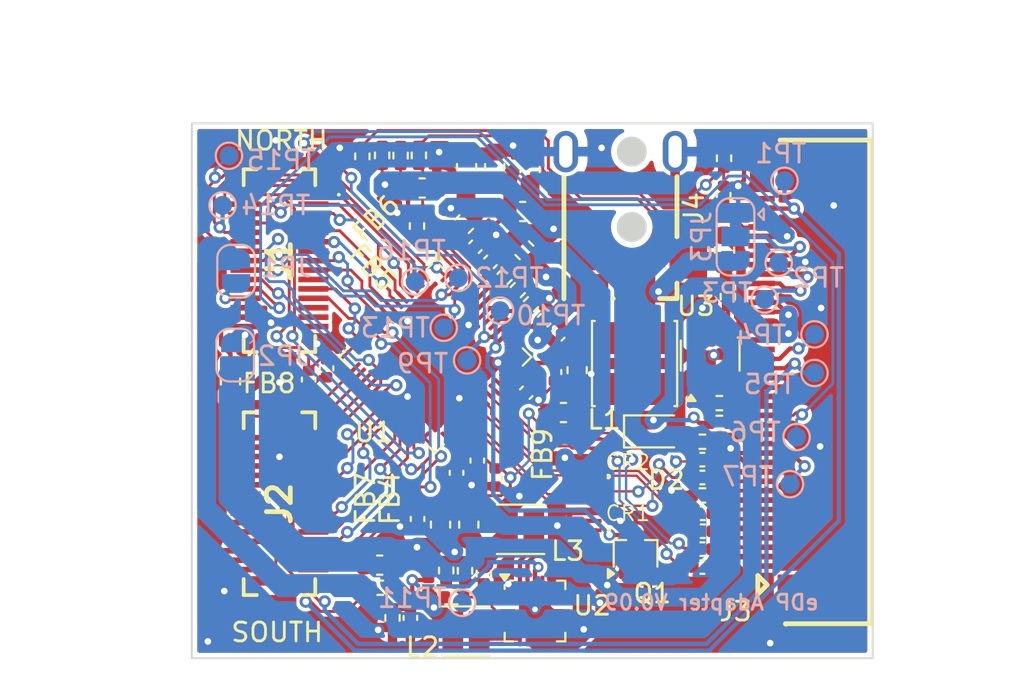
<source format=kicad_pcb>
(kicad_pcb (version 20240108) (generator "pcbnew") (generator_version "8.0")
  (title_block (title "eDP Adapter board") (date "2025-07-29") (rev "V0.09") (company "Copyright (C) Victor Suarez Rovere") (comment 1 "License:  CERN OHL-S"))
  (layers (0 "F.Cu" signal) (31 "B.Cu" signal) (34 "B.Paste" user) (35 "F.Paste" user) (36 "B.SilkS" user "B.Silkscreen") (37 "F.SilkS" user "F.Silkscreen") (38 "B.Mask" user) (39 "F.Mask" user) (44 "Edge.Cuts" user))
  (net 0 "")
  (net 1 "GND")
  (net 2 "+3V3")
  (net 3 "B1")
  (net 4 "LCD_DE")
  (net 5 "R6")
  (net 6 "R7")
  (net 7 "B0")
  (net 8 "R4")
  (net 9 "R5")
  (net 10 "G1")
  (net 11 "SDA")
  (net 12 "R2")
  (net 13 "SCK")
  (net 14 "R3")
  (net 15 "G0")
  (net 16 "G6")
  (net 17 "G7")
  (net 18 "R1")
  (net 19 "R0")
  (net 20 "G4")
  (net 21 "G2")
  (net 22 "G5")
  (net 23 "G3")
  (net 24 "B6")
  (net 25 "B7")
  (net 26 "B4")
  (net 27 "B5")
  (net 28 "B2")
  (net 29 "B3")
  (net 30 "LCD_HSYNC")
  (net 31 "LCD_VSYNC")
  (net 32 "PCLK")
  (net 33 "HPD")
  (net 34 "PSEL")
  (net 35 "HPD2")
  (net 60 "Net-(U1-DPO1_N)")
  (net 61 "Net-(U1-DPO1_P)")
  (net 62 "Net-(CR1-Pad2)")
  (net 63 "Net-(CR1-Pad1)")
  (net 64 "Net-(U1-DPO0_P)")
  (net 65 "Net-(U1-DPO0_N)")
  (net 66 "Net-(U1-DPAUX_N)")
  (net 67 "Net-(U1-DPAUX_P)")
  (net 68 "/TX1_N")
  (net 69 "/TX1_P")
  (net 70 "/TX0_N")
  (net 71 "/TX0_P")
  (net 72 "VIO3V3")
  (net 73 "/AUX0_P")
  (net 74 "/LCD_TEST")
  (net 75 "/BACKLIGHT_POWER")
  (net 76 "/AUX0_N")
  (net 77 "/LCD_PWM")
  (net 78 "HSVDD_3V3")
  (net 79 "AVDD_1V2")
  (net 80 "XVDD_3V3")
  (net 81 "AVDD_3V3")
  (net 82 "+1V2")
  (net 83 "DVDD_3V3")
  (net 84 "DVDD_1V2")
  (net 85 "Net-(U1-CSB)")
  (net 86 "Net-(U1-I2CSEL)")
  (net 87 "Net-(U1-MOSI)")
  (net 88 "Net-(U1-SCK)")
  (net 89 "PWD")
  (net 90 "RSTB")
  (net 91 "Net-(U2-SW2)")
  (net 92 "Net-(U2-SW3)")
  (net 93 "Net-(U2-FB2)")
  (net 94 "Net-(U2-FB3)")
  (net 95 "+5V")
  (net 96 "Net-(U2-EN3)")
  (net 97 "+5V_MCU")
  (net 98 "+3V3_MCU")
  (net 99 "/TP_SCK")
  (net 100 "/VTSP")
  (net 101 "/TP_D-")
  (net 102 "/TP_SDA")
  (net 103 "/TP_D+")
  (net 104 "Net-(U3-EN)")
  (net 105 "Net-(U3-FB)")
  (net 109 "Net-(D2-A)")
  (net 110 "Net-(U1-DPO2_N)")
  (net 111 "Net-(U1-DPO3_N)")
  (net 112 "Net-(U1-DPO3_P)")
  (net 113 "Net-(U1-DPO2_P)")
  (net 115 "/TP_PWM")
  (net 116 "/SCK2")
  (net 117 "/SDA2")
  (footprint "Capacitor_SMD:C_0603_1608Metric" (layer "F.Cu") (at 123.475 128.25)
    (property "Reference" "C25" (hide yes))
    (property "Value" "10u")
  )
  (footprint "Library:DF12NB3030DP05V51" (layer "F.Cu") (at 108.4 120.1875 90)
    (property "Reference" "J1")
    (property "Value" "DF12NB(3.0)-30DS-0.5V(51)" (hide yes))
  )
  (footprint "Library:FPC-SMD_40P-P0.50_L4.4-W25.6" (layer "F.Cu") (at 135.167 126.65 90)
    (property "Reference" "J3")
    (property "Value" "Conn_01x40")
  )
  (footprint "Resistor_SMD:R_0402_1005Metric" (layer "F.Cu") (at 114.4 139.15 90)
    (property "Reference" "R16" (hide yes))
    (property "Value" "100k")
  )
  (footprint "Resistor_SMD:R_0402_1005Metric" (layer "F.Cu") (at 131.75 128.8 180)
    (property "Reference" "R20" (hide yes))
    (property "Value" "150K 1%")
  )
  (footprint "Library:DC-IN-SMD_DC-045A-13A" (layer "F.Cu") (at 126.85 118.15 -90)
    (property "Reference" "J4")
    (property "Value" "Barrel_Jack_MountingPin")
    (fp_poly (pts (xy -2.95 -0.25) (xy -2.970058 -0.428017) (xy -3.029225 -0.597107) (xy -3.124535 -0.748792) (xy -3.251208 -0.875465) (xy -3.402893 -0.970775) (xy -3.571982 -1.029942) (xy -3.75 -1.050001) (xy -3.928016 -1.029942) (xy -4.097108 -0.970775) (xy -4.248792 -0.875465) (xy -4.375465 -0.748792) (xy -4.470775 -0.597107) (xy -4.529942 -0.428017) (xy -4.55 -0.25) (xy -4.529942 -0.071983) (xy -4.470775 0.097107) (xy -4.375464 0.248792) (xy -4.248792 0.375465) (xy -4.097107 0.470775) (xy -3.928017 0.529942) (xy -3.75 0.55) (xy -3.571983 0.529942) (xy -3.402893 0.470775) (xy -3.251208 0.375465) (xy -3.124534 0.248792) (xy -3.029226 0.097107) (xy -2.970058 -0.071983)) (fill solid) (layer "Edge.Cuts"))
    (fp_poly (pts (xy 1.0505 -0.25) (xy 1.030442 -0.428017) (xy 0.971276 -0.597107) (xy 0.875965 -0.748792) (xy 0.749292 -0.875465) (xy 0.597607 -0.970776) (xy 0.428517 -1.029942) (xy 0.2505 -1.05) (xy 0.072483 -1.029942) (xy -0.096607 -0.970775) (xy -0.248292 -0.875465) (xy -0.374965 -0.748792) (xy -0.470275 -0.597107) (xy -0.529442 -0.428017) (xy -0.5495 -0.25) (xy -0.529442 -0.071983) (xy -0.470276 0.097107) (xy -0.374965 0.248792) (xy -0.248292 0.375465) (xy -0.096607 0.470775) (xy 0.072483 0.529942) (xy 0.2505 0.55) (xy 0.428517 0.529942) (xy 0.597607 0.470775) (xy 0.749292 0.375465) (xy 0.875965 0.248792) (xy 0.971275 0.097107) (xy 1.030442 -0.071983)) (fill solid) (layer "Edge.Cuts"))
  )
  (footprint "Resistor_SMD:R_0402_1005Metric" (layer "F.Cu") (at 115.7 118.35 -90)
    (property "Reference" "R6" (hide yes))
    (property "Value" "10k")
  )
  (footprint "Resistor_SMD:R_0402_1005Metric" (layer "F.Cu") (at 119.25 136.8 -90)
    (property "Reference" "R15" (hide yes))
    (property "Value" "150k 1%")
  )
  (footprint "Library:C_0402_1005Metric" (layer "F.Cu") (at 123 126.1 -90)
    (property "Reference" "C9" (hide yes))
    (property "Value" "2.2uF")
  )
  (footprint "Library:C_0402_1005Metric" (layer "F.Cu") (at 130.87 133.6)
    (property "Reference" "C15" (hide yes))
    (property "Value" "0.1uF")
  )
  (footprint "Library:C_0402_1005Metric" (layer "F.Cu") (at 119.85 131.7 -90)
    (property "Reference" "C11" (hide yes))
    (property "Value" "2.2uF")
  )
  (footprint "Library:C_0402_1005Metric" (layer "F.Cu") (at 121.5 127.2 -135)
    (property "Reference" "C5" (hide yes))
    (property "Value" "0.1uF")
  )
  (footprint "Capacitor_SMD:C_0402_1005Metric" (layer "F.Cu") (at 115.35 139.15 -90)
    (property "Reference" "C28" (hide yes))
    (property "Value" "0.1uF")
  )
  (footprint "Resistor_SMD:R_0402_1005Metric" (layer "F.Cu") (at 115.8 114.6 -90)
    (property "Reference" "R13" (hide yes))
    (property "Value" "0")
  )
  (footprint "Diode_SMD:D_SOD-323" (layer "F.Cu") (at 128.3 129.25)
    (property "Reference" "D2")
    (property "Value" "1N5819WS")
  )
  (footprint "Inductor_SMD:L_0603_1608Metric" (layer "F.Cu") (at 118.45 134.2 90)
    (property "Reference" "FB4")
    (property "Value" "CBG160808U601T")
  )
  (footprint "Package_TO_SOT_SMD:SOT-323_SC-70" (layer "F.Cu") (at 127.3025 135.75 90)
    (property "Reference" "Q1")
    (property "Value" "2N7002WT1G")
  )
  (footprint "Inductor_SMD:L_0603_1608Metric" (layer "F.Cu") (at 124.2 126 90)
    (property "Reference" "FB9")
    (property "Value" "CBG160808U601T")
  )
  (footprint "Resistor_SMD:R_0402_1005Metric" (layer "F.Cu") (at 121.05 121.75 -135)
    (property "Reference" "R8" (hide yes))
    (property "Value" "4.7K")
  )
  (footprint "Library:C_0402_1005Metric" (layer "F.Cu") (at 119.6 120.25 45)
    (property "Reference" "C22" (hide yes))
    (property "Value" "2.2uF")
  )
  (footprint "ESD7004:UDFN10_517BB_ONS-L" (layer "F.Cu") (at 124.8 130.65 180)
    (property "Reference" "CR2")
    (property "Value" "ESD7004MUTAG")
  )
  (footprint "Library:C_0402_1005Metric" (layer "F.Cu") (at 109.95 126.5 -90)
    (property "Reference" "C4" (hide yes))
    (property "Value" "2.2uF")
  )
  (footprint "Library:C_0402_1005Metric" (layer "F.Cu") (at 130.85 135.5)
    (property "Reference" "C23" (hide yes))
    (property "Value" "0.1uF")
  )
  (footprint "Resistor_SMD:R_0402_1005Metric" (layer "F.Cu") (at 131.75 127.75 180)
    (property "Reference" "R21" (hide yes))
    (property "Value" "8.06K 1%")
  )
  (footprint "Library:C_0402_1005Metric" (layer "F.Cu") (at 131.98 116.7 -90)
    (property "Reference" "C30" (hide yes))
    (property "Value" "0.1uF")
  )
  (footprint "Package_DFN_QFN:WQFN-20-1EP_3x3mm_P0.4mm_EP1.7x1.7mm" (layer "F.Cu") (at 121.965 138.785)
    (property "Reference" "U2")
    (property "Value" "EA3036A")
  )
  (footprint "Library:C_0402_1005Metric" (layer "F.Cu") (at 122.45 123.35 45)
    (property "Reference" "C20" (hide yes))
    (property "Value" "2.2uF")
  )
  (footprint "Library:C_0402_1005Metric" (layer "F.Cu") (at 110.9 125.9 -90)
    (property "Reference" "C3" (hide yes))
    (property "Value" "0.1uF")
  )
  (footprint "Library:C_0402_1005Metric" (layer "F.Cu") (at 115.73 133.9 -90)
    (property "Reference" "C8" (hide yes))
    (property "Value" "2.2uF")
  )
  (footprint "Resistor_SMD:R_0402_1005Metric" (layer "F.Cu") (at 132.2 122.1 90)
    (property "Reference" "R19" (hide yes))
    (property "Value" "10k")
  )
  (footprint "Resistor_SMD:R_0402_1005Metric" (layer "F.Cu") (at 113.85 114.6 90)
    (property "Reference" "R4" (hide yes))
    (property "Value" "10K")
  )
  (footprint "Library:C_0402_1005Metric" (layer "F.Cu") (at 117.8 131.45 -90)
    (property "Reference" "C7" (hide yes))
    (property "Value" "0.1uF")
  )
  (footprint "Capacitor_SMD:C_0603_1608Metric" (layer "F.Cu") (at 119.825 115.2 -90)
    (property "Reference" "C18" (hide yes))
    (property "Value" "0.1u")
  )
  (footprint "Resistor_SMD:R_0402_1005Metric" (layer "F.Cu") (at 112.8 114.65 -90)
    (property "Reference" "R10" (hide yes))
    (property "Value" "0")
  )
  (footprint "Inductor_SMD:L_Cenker_CKCS201610" (layer "F.Cu") (at 121.2 134.45)
    (property "Reference" "L3")
    (property "Value" "1.5uH")
  )
  (footprint "Resistor_SMD:R_0402_1005Metric" (layer "F.Cu") (at 114.83 114.61 90)
    (property "Reference" "R5" (hide yes))
    (property "Value" "10K")
  )
  (footprint "Library:C_0402_1005Metric" (layer "F.Cu") (at 118.9 130.8 -90)
    (property "Reference" "C10" (hide yes))
    (property "Value" "0.1uF")
  )
  (footprint "Resistor_SMD:R_0402_1005Metric" (layer "F.Cu") (at 130.85 129.8)
    (property "Reference" "R2" (hide yes))
    (property "Value" "100K")
  )
  (footprint "Capacitor_SMD:C_0603_1608Metric" (layer "F.Cu") (at 132.025 119.625 -90)
    (property "Reference" "C24" (hide yes))
    (property "Value" "10u")
  )
  (footprint "Capacitor_SMD:C_0603_1608Metric" (layer "F.Cu") (at 121.31 117.58)
    (property "Reference" "C31" (hide yes))
    (property "Value" "0.1u")
  )
  (footprint "Library:DF12NB3030DP05V51" (layer "F.Cu") (at 108.4 133.0875 90)
    (property "Reference" "J2")
    (property "Value" "DF12NB(3.0)-30DS-0.5V(51)" (hide yes))
  )
  (footprint "Package_TO_SOT_SMD:SOT-23-6" (layer "F.Cu") (at 131.2625 125.225 90)
    (property "Reference" "U3")
    (property "Value" "MT3608")
  )
  (footprint "Library:C_0402_1005Metric" (layer "F.Cu") (at 118.8 119.45 45)
    (property "Reference" "C21" (hide yes))
    (property "Value" "0.1uF")
  )
  (footprint "Resistor_SMD:R_0402_1005Metric" (layer "F.Cu") (at 118.25 136.65 -90)
    (property "Reference" "R12" (hide yes))
    (property "Value" "150k 1%")
  )
  (footprint "Library:C_0402_1005Metric" (layer "F.Cu") (at 130.85 136.45)
    (property "Reference" "C1" (hide yes))
    (property "Value" "0.1uF")
  )
  (footprint "Resistor_SMD:R_0402_1005Metric" (layer "F.Cu") (at 113.75 137.55 180)
    (property "Reference" "R9" (hide yes))
    (property "Value" "10K")
  )
  (footprint "ESD7004:UDFN10_517BB_ONS-L" (layer "F.Cu") (at 124.8 133.499999 180)
    (property "Reference" "CR1")
    (property "Value" "ESD7004MUTAG")
  )
  (footprint "Resistor_SMD:R_0402_1005Metric" (layer "F.Cu") (at 121.75 122.5 -135)
    (property "Reference" "R7" (hide yes))
    (property "Value" "10K")
  )
  (footprint "Resistor_SMD:R_0402_1005Metric" (layer "F.Cu") (at 117.25 136.634199 90)
    (property "Reference" "R11" (hide yes))
    (property "Value" "150k 1%")
  )
  (footprint "Resistor_SMD:R_0402_1005Metric" (layer "F.Cu") (at 132 114.75 90)
    (property "Reference" "R22" (hide yes))
    (property "Value" "100k")
  )
  (footprint "Resistor_SMD:R_0402_1005Metric" (layer "F.Cu") (at 117.7 138.05 180)
    (property "Reference" "R14" (hide yes))
    (property "Value" "680k 1%")
  )
  (footprint "Library:C_0402_1005Metric" (layer "F.Cu") (at 130.85 130.75)
    (property "Reference" "C17" (hide yes))
    (property "Value" "0.1uF")
  )
  (footprint "Resistor_SMD:R_0402_1005Metric" (layer "F.Cu") (at 120.35 121.05 -135)
    (property "Reference" "R3" (hide yes))
    (property "Value" "4.7K")
  )
  (footprint "Resistor_SMD:R_0402_1005Metric" (layer "F.Cu") (at 130.85 132.65 180)
    (property "Reference" "R1" (hide yes))
    (property "Value" "100K")
  )
  (footprint "Inductor_SMD:L_Cenker_CKCS201610" (layer "F.Cu") (at 118.3 139.85)
    (property "Reference" "L2")
    (property "Value" "1.5uH")
  )
  (footprint "Library:C_0402_1005Metric" (layer "F.Cu") (at 123.2 124.1 45)
    (property "Reference" "C13" (hide yes))
    (property "Value" "0.1uF")
  )
  (footprint "Capacitor_SMD:C_0603_1608Metric" (layer "F.Cu") (at 118.335 115.2 -90)
    (property "Reference" "C12" (hide yes))
    (property "Value" "0.1u")
  )
  (footprint "Package_DFN_QFN:QFN-56-1EP_7x7mm_P0.4mm_EP4x4mm" (layer "F.Cu") (at 116.669096 125.3 -45)
    (property "Reference" "U1")
    (property "Value" "NCS8801")
  )
  (footprint "Inductor_SMD:L_Cenker_CKCS4020" (layer "F.Cu") (at 127.25 125.65 -90)
    (property "Reference" "L1")
    (property "Value" "22uH")
  )
  (footprint "Capacitor_SMD:C_0603_1608Metric" (layer "F.Cu") (at 115.975 116.33 180)
    (property "Reference" "C2" (hide yes))
    (property "Value" "0.1u")
  )
  (footprint "Inductor_SMD:L_0603_1608Metric" (layer "F.Cu") (at 118.2 118.25 -135)
    (property "Reference" "FB6")
    (property "Value" "CBG160808U601T")
  )
  (footprint "Inductor_SMD:L_0603_1608Metric" (layer "F.Cu") (at 116.95 134.2 90)
    (property "Reference" "FB7")
    (property "Value" "CBG160808U601T")
  )
  (footprint "Library:C_0402_1005Metric" (layer "F.Cu") (at 130.85 131.7)
    (property "Reference" "C16" (hide yes))
    (property "Value" "0.1uF")
  )
  (footprint "Inductor_SMD:L_0603_1608Metric" (layer "F.Cu") (at 105.8 126.6 -90)
    (property "Reference" "FB8")
    (property "Value" "CBG160808U601T")
  )
  (footprint "Capacitor_SMD:C_0603_1608Metric" (layer "F.Cu") (at 113.72 136.35)
    (property "Reference" "C6" (hide yes))
    (property "Value" "10u")
  )
  (footprint "Inductor_SMD:L_0603_1608Metric" (layer "F.Cu") (at 121.4 119.64 -45)
    (property "Reference" "FB5")
    (property "Value" "CBG160808U601T")
  )
  (footprint "Capacitor_SMD:C_0603_1608Metric" (layer "F.Cu") (at 121.7 115.35 -90)
    (property "Reference" "C29" (hide yes))
    (property "Value" "10u")
  )
  (footprint "Library:C_0402_1005Metric" (layer "F.Cu") (at 130.87 134.55)
    (property "Reference" "C14" (hide yes))
    (property "Value" "0.1uF")
  )
  (footprint "Resistor_SMD:R_0402_1005Metric" (layer "F.Cu") (at 116.3 137.55 90)
    (property "Reference" "R17" (hide yes))
    (property "Value" "100k")
  )
  (footprint "Jumper:SolderJumper-3_P1.3mm_Bridged12_RoundedPad1.0x1.5mm" (layer "B.Cu") (at 132.6075 118.925 -90)
    (property "Reference" "JP3")
    (property "Value" "SolderJumper_3_Bridged12")
  )
  (footprint "TestPoint:TestPoint_Pad_D1.0mm" (layer "B.Cu") (at 117.9 121.1 180)
    (property "Reference" "TP12")
    (property "Value" "TestPoint_Small")
  )
  (footprint "TestPoint:TestPoint_Pad_D1.0mm" (layer "B.Cu") (at 135.5 132.05 180)
    (property "Reference" "TP7")
    (property "Value" "TestPoint_Small")
  )
  (footprint "TestPoint:TestPoint_Pad_D1.0mm" (layer "B.Cu") (at 115.6 121.3 180)
    (property "Reference" "TP16")
    (property "Value" "TestPoint_Small")
  )
  (footprint "TestPoint:TestPoint_Pad_D1.0mm" (layer "B.Cu") (at 135.21 115.95 180)
    (property "Reference" "TP1")
    (property "Value" "TestPoint_Small")
  )
  (footprint "Jumper:SolderJumper-2_P1.3mm_Open_RoundedPad1.0x1.5mm" (layer "B.Cu") (at 106.05 125.2 90)
    (property "Reference" "JP2")
    (property "Value" "SolderJumper_2_Open")
  )
  (footprint "TestPoint:TestPoint_Pad_D1.0mm" (layer "B.Cu") (at 136.8 126.15 180)
    (property "Reference" "TP5")
    (property "Value" "TestPoint_Small")
  )
  (footprint "TestPoint:TestPoint_Pad_D1.0mm" (layer "B.Cu") (at 118.1 138.35 180)
    (property "Reference" "TP11")
    (property "Value" "TestPoint_Small")
  )
  (footprint "TestPoint:TestPoint_Pad_D1.0mm" (layer "B.Cu") (at 105.38 117.25 180)
    (property "Reference" "TP14")
    (property "Value" "TestPoint_Small")
  )
  (footprint "TestPoint:TestPoint_Pad_D1.0mm" (layer "B.Cu") (at 134.15 122.25 180)
    (property "Reference" "TP3")
    (property "Value" "TestPoint_Small")
  )
  (footprint "TestPoint:TestPoint_Pad_D1.0mm" (layer "B.Cu") (at 120.11 122.84 180)
    (property "Reference" "TP10")
    (property "Value" "TestPoint_Small")
  )
  (footprint "TestPoint:TestPoint_Pad_D1.0mm" (layer "B.Cu") (at 105.72 114.62 180)
    (property "Reference" "TP15")
    (property "Value" "TestPoint_Small")
  )
  (footprint "TestPoint:TestPoint_Pad_D1.0mm" (layer "B.Cu") (at 135.85 129.55 180)
    (property "Reference" "TP6")
    (property "Value" "TestPoint_Small")
  )
  (footprint "Jumper:SolderJumper-2_P1.3mm_Open_RoundedPad1.0x1.5mm" (layer "B.Cu") (at 106.1 120.75 -90)
    (property "Reference" "JP1")
    (property "Value" "SolderJumper_2_Open")
  )
  (footprint "TestPoint:TestPoint_Pad_D1.0mm" (layer "B.Cu") (at 136.8 124.1 180)
    (property "Reference" "TP4")
    (property "Value" "TestPoint_Small")
  )
  (footprint "TestPoint:TestPoint_Pad_D1.0mm" (layer "B.Cu") (at 118.36 125.48 180)
    (property "Reference" "TP9")
    (property "Value" "TestPoint_Small")
  )
  (footprint "TestPoint:TestPoint_Pad_D1.0mm" (layer "B.Cu") (at 117.12 123.75 180)
    (property "Reference" "TP13")
    (property "Value" "TestPoint_Small")
  )
  (footprint "TestPoint:TestPoint_Pad_D1.0mm" (layer "B.Cu") (at 134.9 120.3 180)
    (property "Reference" "TP2")
    (property "Value" "TestPoint_Small")
  )
  (gr_line (start 103.75 112.9) (end 139.89 112.9) (stroke (width 0.1)) (layer "Edge.Cuts"))
  (gr_line (start 139.89 112.9) (end 139.89 141.2935) (stroke (width 0.1)) (layer "Edge.Cuts"))
  (gr_line (start 139.89 141.2935) (end 103.75 141.2935) (stroke (width 0.1)) (layer "Edge.Cuts"))
  (gr_line (start 103.75 141.2935) (end 103.75 112.9) (stroke (width 0.1)) (layer "Edge.Cuts"))
  (gr_text "eDP Adapter V0.09" (at 137.1 138.8 0) (layer "B.SilkS") (effects (font (size 0.8 0.8) (thickness 0.15) (bold yes)) (justify left bottom mirror)))
  (gr_text "SOUTH" (at 105.75 140.5 0) (layer "F.SilkS") (effects (font (size 1 1)) (justify left bottom)))
  (gr_text "NORTH" (at 105.95 114.4 0) (layer "F.SilkS") (effects (font (size 1 1)) (justify left bottom)))
  (segment (start 121.25 137.985) (end 120.5025 137.985) (width 0.15) (layer "F.Cu") (net 1))
  (segment (start 117.760486 135.650487) (end 118.25 136.140001) (width 0.2286) (layer "F.Cu") (net 1))
  (segment (start 131.290001 127.75) (end 131.2625 127.722499) (width 0.2286) (layer "F.Cu") (net 1))
  (segment (start 123.539411 123.518163) (end 123.539411 123.760589) (width 0.2286) (layer "F.Cu") (net 1))
  (segment (start 122.725 122.703752) (end 123.539411 123.518163) (width 0.2286) (layer "F.Cu") (net 1))
  (segment (start 123.4275 139.185) (end 122.365 139.185) (width 0.1524) (layer "F.Cu") (net 1))
  (segment (start 123 126.58) (end 123 126.738023) (width 0.1524) (layer "F.Cu") (net 1))
  (segment (start 122.2986 138.7) (end 122.6386 138.36) (width 0.15) (layer "F.Cu") (net 1))
  (segment (start 112.945 136.155) (end 112.945 136.35) (width 1) (layer "F.Cu") (net 1))
  (segment (start 119.899412 119.87059) (end 119.939411 119.910589) (width 0.2286) (layer "F.Cu") (net 1))
  (segment (start 123.4275 137.985) (end 123.0165 137.985) (width 0.15) (layer "F.Cu") (net 1))
  (segment (start 131.2625 127.722499) (end 131.2625 126.3625) (width 0.2286) (layer "F.Cu") (net 1))
  (segment (start 114.8 134.3) (end 112.945 136.155) (width 1) (layer "F.Cu") (net 1))
  (segment (start 108.4 125.4375) (end 108.4 127.8375) (width 0.2286) (layer "F.Cu") (net 1))
  (segment (start 119.899412 118.8173) (end 119.899412 119.87059) (width 0.2286) (layer "F.Cu") (net 1))
  (segment (start 110.55 126.38) (end 110.9 126.38) (width 0.2286) (layer "F.Cu") (net 1))
  (segment (start 121.965 138.7) (end 121.08 139.585) (width 0.1524) (layer "F.Cu") (net 1))
  (segment (start 123.267298 134.25) (end 124.017298 133.5) (width 0.2286) (layer "F.Cu") (net 1))
  (segment (start 117.97 132.1) (end 118.6 132.1) (width 0.2286) (layer "F.Cu") (net 1))
  (segment (start 107.6413 122.7002) (end 107.6286 122.6875) (width 0.2286) (layer "F.Cu") (net 1))
  (segment (start 120.8 114.0803) (end 120.675 114.2053) (width 0.2286) (layer "F.Cu") (net 1))
  (segment (start 133.9 120.4) (end 136.166 120.4) (width 0.2286) (layer "F.Cu") (net 1))
  (segment (start 121.965 138.7) (end 121.25 137.985) (width 0.15) (layer "F.Cu") (net 1))
  (segment (start 105.5587 137.6413) (end 105.5587 135.6962) (width 0.2286) (layer "F.Cu") (net 1))
  (segment (start 119.899412 118.8173) (end 119.899412 118.250588) (width 0.2286) (layer "F.Cu") (net 1))
  (segment (start 108.4 127.8375) (end 109.0925 127.8375) (width 0.2286) (layer "F.Cu") (net 1))
  (segment (start 122.155071 127.582952) (end 122.155071 127.717085) (width 0.2286) (layer "F.Cu") (net 1))
  (segment (start 132.9 124.811947) (end 132.9 119.725) (width 0.5) (layer "F.Cu") (net 1))
  (segment (start 107.6413 123.172668) (end 107.6413 122.7002) (width 0.2286) (layer "F.Cu") (net 1))
  (segment (start 119.899412 118.250588) (end 120.525 117.625) (width 0.2286) (layer "F.Cu") (net 1))
  (segment (start 121.965 138.785) (end 123.4275 138.785) (width 0.15) (layer "F.Cu") (net 1))
  (segment (start 129.212048 132.387952) (end 129.474096 132.65) (width 0.2286) (layer "F.Cu") (net 1))
  (segment (start 123.15 134.25) (end 123.267298 134.25) (width 0.2286) (layer "F.Cu") (net 1))
  (segment (start 121.965 138.7) (end 122.2986 138.7) (width 0.15) (layer "F.Cu") (net 1))
  (segment (start 122.196248 122.175) (end 122.725 122.175) (width 0.2286) (layer "F.Cu") (net 1))
  (segment (start 124.017298 133.5) (end 125.2319 133.5) (width 0.2286) (layer "F.Cu") (net 1))
  (segment (start 105.471834 137.728166) (end 105.5587 137.6413) (width 0.2286) (layer "F.Cu") (net 1))
  (segment (start 120.675 114.575) (end 121.55 114.575) (width 0.2286) (layer "F.Cu") (net 1))
  (segment (start 121.965 138.7) (end 122.365 138.3) (width 0.1524) (layer "F.Cu") (net 1))
  (segment (start 107.6286 122.6875) (end 106.6 122.6875) (width 0.2286) (layer "F.Cu") (net 1))
  (segment (start 117.699488 135.650487) (end 117.699488 135.674712) (width 0.2286) (layer "F.Cu") (net 1))
  (segment (start 120.525 114.425) (end 120.675 114.575) (width 0.2286) (layer "F.Cu") (net 1))
  (segment (start 123 126.738023) (end 122.155071 127.582952) (width 0.1524) (layer "F.Cu") (net 1))
  (segment (start 117.8 131.93) (end 117.97 132.1) (width 0.2286) (layer "F.Cu") (net 1))
  (segment (start 123.45 123.7) (end 123.45 123.478752) (width 0.2286) (layer "F.Cu") (net 1))
  (segment (start 123.0165 137.985) (end 122.24 138.7615) (width 0.15) (layer "F.Cu") (net 1))
  (segment (start 116.875 114.425) (end 120.525 114.425) (width 0.2286) (layer "F.Cu") (net 1))
  (segment (start 123.55 130.65) (end 125.1937 130.65) (width 0.2286) (layer "F.Cu") (net 1))
  (segment (start 121.965 138.7) (end 122.05 138.785) (width 0.15) (layer "F.Cu") (net 1))
  (segment (start 131.2625 126.3625) (end 131.45 126.175) (width 0.2286) (layer "F.Cu") (net 1))
  (segment (start 105.6674 135.5875) (end 106.6 135.5875) (width 0.2286) (layer "F.Cu") (net 1))
  (segment (start 121.965 138.7) (end 121.965 138.785) (width 0.15) (layer "F.Cu") (net 1))
  (segment (start 122.155071 127.582952) (end 121.20413 127.582952) (width 0.2286) (layer "F.Cu") (net 1))
  (segment (start 132.511947 125.2) (end 132.9 124.811947) (width 0.5) (layer "F.Cu") (net 1))
  (segment (start 109.0925 127.8375) (end 110.55 126.38) (width 0.2286) (layer "F.Cu") (net 1))
  (segment (start 121.410624 121.389376) (end 122.196248 122.175) (width 0.2286) (layer "F.Cu") (net 1))
  (segment (start 107.951327 123.482695) (end 107.6413 123.172668) (width 0.2286) (layer "F.Cu") (net 1))
  (segment (start 121.48 139.185) (end 120.5025 139.185) (width 0.15) (layer "F.Cu") (net 1))
  (segment (start 122.365 138.3) (end 122.365 137.3225) (width 0.1524) (layer "F.Cu") (net 1))
  (segment (start 123.45 123.478752) (end 122.110624 122.139376) (width 0.2286) (layer "F.Cu") (net 1))
  (segment (start 131.45 125.2) (end 132.511947 125.2) (width 0.5) (layer "F.Cu") (net 1))
  (segment (start 118.9 131.8) (end 118.9 131.28) (width 0.2286) (layer "F.Cu") (net 1))
  (segment (start 117.699488 135.674712) (end 117.25 136.1242) (width 0.2286) (layer "F.Cu") (net 1))
  (segment (start 132.9 119.725) (end 132.025 118.85) (width 0.5) (layer "F.Cu") (net 1))
  (segment (start 123.4 123.621178) (end 123.539411 123.760589) (width 0.2286) (layer "F.Cu") (net 1))
  (segment (start 129.474096 132.65) (end 130.340001 132.65) (width 0.2286) (layer "F.Cu") (net 1))
  (segment (start 117.699488 135.650487) (end 117.760486 135.650487) (width 0.2286) (layer "F.Cu") (net 1))
  (segment (start 122.725 122.175) (end 122.725 122.703752) (width 0.2286) (layer "F.Cu") (net 1))
  (segment (start 105.5587 135.6962) (end 105.6674 135.5875) (width 0.2286) (layer "F.Cu") (net 1))
  (segment (start 108.4 114.9375) (end 108.4 114) (width 0.1524) (layer "F.Cu") (net 1))
  (segment (start 120.675 114.2053) (end 120.675 114.575) (width 0.2286) (layer "F.Cu") (net 1))
  (segment (start 121.965 138.7) (end 121.48 139.185) (width 0.15) (layer "F.Cu") (net 1))
  (segment (start 122.155071 127.717085) (end 122.687986 128.25) (width 0.2286) (layer "F.Cu") (net 1))
  (segment (start 121.20413 127.582952) (end 121.160589 127.539411) (width 0.2286) (layer "F.Cu") (net 1))
  (segment (start 119.899412 118.8173) (end 119.5827 118.8173) (width 0.2286) (layer "F.Cu") (net 1))
  (segment (start 119.5827 118.8173) (end 119.239411 119.160589) (width 0.2286) (layer "F.Cu") (net 1))
  (segment (start 121.08 139.585) (end 120.5025 139.585) (width 0.1524) (layer "F.Cu") (net 1))
  (segment (start 131.45 126.175) (end 131.45 125.2) (width 0.2286) (layer "F.Cu") (net 1))
  (segment (start 136.166 120.4) (end 136.31 120.256) (width 0.2286) (layer "F.Cu") (net 1))
  (segment (start 122.789411 123.010589) (end 122.789411 122.710589) (width 0.2286) (layer "F.Cu") (net 1))
  (segment (start 114.8 134.3) (end 114.88 134.38) (width 0.2286) (layer "F.Cu") (net 1))
  (segment (start 122.365 139.185) (end 121.965 138.785) (width 0.1524) (layer "F.Cu") (net 1))
  (segment (start 108.4 114) (end 108.2 113.8) (width 0.1524) (layer "F.Cu") (net 1))
  (segment (start 118.6 132.1) (end 118.9 131.8) (width 0.2286) (layer "F.Cu") (net 1))
  (via (at 117.699488 135.650487) (size 0.63) (drill 0.35) (layers "F.Cu" "B.Cu") (net 1))
  (via (at 113.636577 139.786577) (size 0.65) (drill 0.35) (layers "F.Cu" "B.Cu") (net 1))
  (via (at 134.45 140.49) (size 0.65) (drill 0.35) (layers "F.Cu" "B.Cu") (net 1))
  (via (at 125.409 138.35) (size 0.63) (drill 0.35) (layers "F.Cu" "B.Cu") (net 1))
  (via (at 120.8 114.0803) (size 0.63) (drill 0.35) (layers "F.Cu" "B.Cu") (net 1))
  (via (at 104.6 140.4) (size 0.65) (drill 0.35) (layers "F.Cu" "B.Cu") (net 1))
  (via (at 137.1 130.05) (size 0.65) (drill 0.35) (layers "F.Cu" "B.Cu") (net 1))
  (via (at 116.875 114.425) (size 0.65) (drill 0.35) (layers "F.Cu" "B.Cu") (net 1))
  (via (at 123.15 134.25) (size 0.65) (drill 0.35) (layers "F.Cu" "B.Cu") (net 1))
  (via (at 115.2 123.4) (size 0.65) (drill 0.35) (layers "F.Cu" "B.Cu") (net 1))
  (via (at 114.65 117.65) (size 0.63) (drill 0.35) (layers "F.Cu" "B.Cu") (net 1))
  (via (at 137.15 122.7) (size 0.65) (drill 0.35) (layers "F.Cu" "B.Cu") (net 1))
  (via (at 117.95 127.49) (size 0.65) (drill 0.35) (layers "F.Cu" "B.Cu") (net 1))
  (via (at 129.212048 132.387952) (size 0.63) (drill 0.35) (layers "F.Cu" "B.Cu") (net 1))
  (via (at 137.82 117.26) (size 0.63) (drill 0.35) (layers "F.Cu" "B.Cu") (net 1))
  (via (at 121.965 138.7) (size 0.55) (drill 0.3) (layers "F.Cu" "B.Cu") (net 1))
  (via (at 122.725 122.175) (size 0.63) (drill 0.35) (layers "F.Cu" "B.Cu") (net 1))
  (via (at 115.2 127.4) (size 0.65) (drill 0.35) (layers "F.Cu" "B.Cu") (net 1))
  (via (at 119.899412 118.8173) (size 0.65) (drill 0.35) (layers "F.Cu" "B.Cu") (net 1))
  (via (at 108.4 126.65) (size 0.65) (drill 0.35) (layers "F.Cu" "B.Cu") (net 1))
  (via (at 120.55 137.35) (size 0.63) (drill 0.35) (layers "F.Cu" "B.Cu") (net 1))
  (via (at 114.8 134.3) (size 0.63) (drill 0.35) (layers "F.Cu" "B.Cu") (net 1))
  (via (at 107.951327 123.482695) (size 0.65) (drill 0.35) (layers "F.Cu" "B.Cu") (net 1))
  (via (at 131.45 125.2) (size 0.63) (drill 0.35) (layers "F.Cu" "B.Cu") (net 1))
  (via (at 108.2 113.8) (size 0.65) (drill 0.35) (layers "F.Cu" "B.Cu") (net 1))
  (via (at 118.6 132.1) (size 0.65) (drill 0.35) (layers "F.Cu" "B.Cu") (net 1))
  (via (at 110.4 124.6) (size 0.65) (drill 0.35) (layers "F.Cu" "B.Cu") (net 1))
  (via (at 118.44 123.6) (size 0.65) (drill 0.35) (layers "F.Cu" "B.Cu") (net 1))
  (via (at 120 125.6) (size 0.63) (drill 0.35) (layers "F.Cu" "B.Cu") (net 1))
  (via (at 122.155071 127.582952) (size 0.63) (drill 0.35) (layers "F.Cu" "B.Cu") (net 1))
  (via (at 125.5 114.2) (size 0.63) (drill 0.35) (layers "F.Cu" "B.Cu") (net 1))
  (via (at 108.4 130.6) (size 0.63) (drill 0.35) (layers "F.Cu" "B.Cu") (net 1))
  (via (at 105.471834 137.728166) (size 0.65) (drill 0.35) (layers "F.Cu" "B.Cu") (net 1))
  (via (at 136.31 120.256) (size 0.65) (drill 0.35) (layers "F.Cu" "B.Cu") (net 1))
  (via (at 126.5 134) (size 0.63) (drill 0.35) (layers "F.Cu" "B.Cu") (net 1))
  (via (at 111.6 114.2) (size 0.65) (drill 0.35) (layers "F.Cu" "B.Cu") (net 1))
  (via (at 123.55 130.65) (size 0.65) (drill 0.35) (layers "F.Cu" "B.Cu") (net 1))
  (segment (start 121.237 120.187) (end 121.237 123.663) (width 1) (layer "B.Cu") (net 1))
  (segment (start 120.85 124.05) (end 120.85 125.05) (width 1) (layer "B.Cu") (net 1))
  (segment (start 119.899412 118.849412) (end 121.237 120.187) (width 1) (layer "B.Cu") (net 1))
  (segment (start 129.218021 136.928311) (end 130.552 135.594332) (width 1) (layer "B.Cu") (net 1))
  (segment (start 123.15 134.25) (end 120.351644 134.25) (width 1) (layer "B.Cu") (net 1))
  (segment (start 122.065379 126.265379) (end 122.065379 127.410857) (width 1) (layer "B.Cu") (net 1))
  (segment (start 118.6 132.498356) (end 118.6 132.1) (width 1) (layer "B.Cu") (net 1))
  (segment (start 114.827 134.273) (end 116.321912 134.273) (width 1) (layer "B.Cu") (net 1))
  (segment (start 119.899412 118.8173) (end 119.899412 118.849412) (width 1) (layer "B.Cu") (net 1))
  (segment (start 121.237 123.663) (end 120.85 124.05) (width 1) (layer "B.Cu") (net 1))
  (segment (start 130.552 133.727904) (end 129.212048 132.387952) (width 1) (layer "B.Cu") (net 1))
  (segment (start 115.527 118.527) (end 114.65 117.65) (width 1) (layer "B.Cu") (net 1))
  (segment (start 123.443818 134.25) (end 124.876098 135.68228) (width 1) (layer "B.Cu") (net 1))
  (segment (start 120.351644 134.25) (end 118.6 132.498356) (width 1) (layer "B.Cu") (net 1))
  (segment (start 123.55 131.05) (end 126.5 134) (width 1) (layer "B.Cu") (net 1))
  (segment (start 116.321912 134.273) (end 117.657547 135.608635) (width 1) (layer "B.Cu") (net 1))
  (segment (start 126.961743 135.028909) (end 126.961743 134.451651) (width 1) (layer "B.Cu") (net 1))
  (segment (start 127.554403 136.928311) (end 129.218021 136.928311) (width 1) (layer "B.Cu") (net 1))
  (segment (start 119.609112 118.527) (end 115.527 118.527) (width 1) (layer "B.Cu") (net 1))
  (segment (start 123.15 134.25) (end 123.443818 134.25) (width 1) (layer "B.Cu") (net 1))
  (segment (start 130.552 135.594332) (end 130.552 133.727904) (width 1) (layer "B.Cu") (net 1))
  (segment (start 126.308372 135.68228) (end 127.554403 136.928311) (width 1) (layer "B.Cu") (net 1))
  (segment (start 120.85 125.05) (end 122.065379 126.265379) (width 1) (layer "B.Cu") (net 1))
  (segment (start 126.308372 135.68228) (end 126.961743 135.028909) (width 1) (layer "B.Cu") (net 1))
  (segment (start 119.899412 118.8173) (end 119.609112 118.527) (width 1) (layer "B.Cu") (net 1))
  (segment (start 123.55 130.65) (end 123.55 131.05) (width 1) (layer "B.Cu") (net 1))
  (segment (start 126.961743 134.451651) (end 126.505046 133.994954) (width 1) (layer "B.Cu") (net 1))
  (segment (start 124.876098 135.68228) (end 126.308372 135.68228) (width 1) (layer "B.Cu") (net 1))
  (segment (start 114.8 134.3) (end 114.827 134.273) (width 1) (layer "B.Cu") (net 1))
  (segment (start 114 116.15) (end 113.85 116) (width 0.1524) (layer "F.Cu") (net 2))
  (segment (start 114.83 116.15) (end 114.83 115.119999) (width 0.1524) (layer "F.Cu") (net 2))
  (segment (start 118.662499 134.987501) (end 118.45 134.987501) (width 1) (layer "F.Cu") (net 2))
  (segment (start 116.3 138.3) (end 116.3 138.059999) (width 1) (layer "F.Cu") (net 2))
  (segment (start 132.75 116.225) (end 133.059999 115.915001) (width 0.2286) (layer "F.Cu") (net 2))
  (segment (start 133.059999 115.3) (end 132 114.240001) (width 0.2286) (layer "F.Cu") (net 2))
  (segment (start 114 116.15) (end 114.975 116.15) (width 1) (layer "F.Cu") (net 2))
  (segment (start 117.190001 138.05) (end 117.15 138.05) (width 0.5) (layer "F.Cu") (net 2))
  (segment (start 132.35 130.15) (end 132.6 130.4) (width 0.2286) (layer "F.Cu") (net 2))
  (segment (start 114 116.15) (end 114.83 116.15) (width 0.1524) (layer "F.Cu") (net 2))
  (segment (start 114.5 136.45) (end 114.26 136.69) (width 0.2286) (layer "F.Cu") (net 2))
  (segment (start 117.6 139.6) (end 116.3 138.3) (width 1) (layer "F.Cu") (net 2))
  (segment (start 117.15 138.05) (end 116.6 138.6) (width 0.5) (layer "F.Cu") (net 2))
  (segment (start 116.537501 135.4) (end 116.95 134.987501) (width 1) (layer "F.Cu") (net 2))
  (segment (start 122.698 118.752) (end 121.174306 118.752) (width 1) (layer "F.Cu") (net 2))
  (segment (start 115.225 117.365001) (end 115.7 117.840001) (width 0.2286) (layer "F.Cu") (net 2))
  (segment (start 114.5 136.375) (end 114.725 136.375) (width 1) (layer "F.Cu") (net 2))
  (segment (start 132.6 130.4) (end 133.9 130.4) (width 0.2286) (layer "F.Cu") (net 2))
  (segment (start 125.79919 137.408) (end 126.45719 136.75) (width 0.2286) (layer "F.Cu") (net 2))
  (segment (start 115.7 135.4) (end 116.537501 135.4) (width 1) (layer "F.Cu") (net 2))
  (segment (start 122.95 118.5) (end 122.698 118.752) (width 1) (layer "F.Cu") (net 2))
  (segment (start 117.6 139.85) (end 117.6 139.6) (width 1) (layer "F.Cu") (net 2))
  (segment (start 117.229501 134.708) (end 116.95 134.987501) (width 1) (layer "F.Cu") (net 2))
  (segment (start 113.85 116) (end 113.85 115.109999) (width 0.1524) (layer "F.Cu") (net 2))
  (segment (start 135.35 118.9) (end 133.9 118.9) (width 0.1524) (layer "F.Cu") (net 2))
  (segment (start 126.45719 136.75) (end 126.6525 136.75) (width 0.2286) (layer "F.Cu") (net 2))
  (segment (start 133.059999 115.915001) (end 133.059999 115.3) (width 0.2286) (layer "F.Cu") (net 2))
  (segment (start 132.65 130.45) (end 132.35 130.15) (width 0.2286) (layer "F.Cu") (net 2))
  (segment (start 118.45 134.987501) (end 118.419691 134.987501) (width 1) (layer "F.Cu") (net 2))
  (segment (start 118.14019 134.708) (end 117.229501 134.708) (width 1) (layer "F.Cu") (net 2))
  (segment (start 118.419691 134.987501) (end 118.14019 134.708) (width 1) (layer "F.Cu") (net 2))
  (segment (start 121.174306 118.752) (end 120.843153 119.083153) (width 1) (layer "F.Cu") (net 2))
  (segment (start 114.26 136.69) (end 114.26 137.55) (width 0.2286) (layer "F.Cu") (net 2))
  (segment (start 133.1 130.9) (end 132.65 130.45) (width 0.2286) (layer "F.Cu") (net 2))
  (segment (start 114.5 136.375) (end 114.5 136.45) (width 0.2286) (layer "F.Cu") (net 2))
  (segment (start 114.725 136.375) (end 115.7 135.4) (width 1) (layer "F.Cu") (net 2))
  (segment (start 115.225 116.4) (end 115.225 117.365001) (width 0.2286) (layer "F.Cu") (net 2))
  (segment (start 133.9 130.9) (end 133.1 130.9) (width 0.2286) (layer "F.Cu") (net 2))
  (segment (start 114.975 116.15) (end 115 116.175) (width 1) (layer "F.Cu") (net 2))
  (via (at 132.35 130.15) (size 0.65) (drill 0.35) (layers "F.Cu" "B.Cu") (net 2))
  (via (at 115.7 135.4) (size 0.63) (drill 0.35) (layers "F.Cu" "B.Cu") (net 2))
  (via (at 125.79919 137.408) (size 0.63) (drill 0.35) (layers "F.Cu" "B.Cu") (net 2))
  (via (at 122.95 118.5) (size 0.65) (drill 0.35) (layers "F.Cu" "B.Cu") (net 2))
  (via (at 116.6 138.6) (size 0.63) (drill 0.35) (layers "F.Cu" "B.Cu") (net 2))
  (via (at 114 116.15) (size 0.65) (drill 0.35) (layers "F.Cu" "B.Cu") (net 2))
  (via (at 135.35 118.9) (size 0.65) (drill 0.35) (layers "F.Cu" "B.Cu") (net 2))
  (via (at 132.75 116.225) (size 0.63) (drill 0.35) (layers "F.Cu" "B.Cu") (net 2))
  (segment (start 132.999979 116.381802) (end 132.9 116.481781) (width 0.2286) (layer "B.Cu") (net 2))
  (segment (start 115.194045 138.218235) (end 114.25 137.27419) (width 1) (layer "B.Cu") (net 2))
  (segment (start 122.780526 118.5) (end 120.430526 116.15) (width 1) (layer "B.Cu") (net 2))
  (segment (start 122.95 118.5) (end 122.780526 118.5) (width 1) (layer "B.Cu") (net 2))
  (segment (start 109.05 136.2) (end 105.667 132.817) (width 1) (layer "B.Cu") (net 2))
  (segment (start 132.906802 116.381802) (end 132.999979 116.381802) (width 0.2286) (layer "B.Cu") (net 2))
  (segment (start 132.75 116.225) (end 132.75 117.4825) (width 0.2286) (layer "B.Cu") (net 2))
  (segment (start 132.999979 116.381802) (end 132.99925 116.382531) (width 0.2286) (layer "B.Cu") (net 2))
  (segment (start 132.35 130.15) (end 132.074358 129.874358) (width 1) (layer "B.Cu") (net 2))
  (segment (start 132.75 116.225) (end 132.906802 116.381802) (width 0.2286) (layer "B.Cu") (net 2))
  (segment (start 123.693818 118.5) (end 122.95 118.5) (width 1) (layer "B.Cu") (net 2))
  (segment (start 114 116.15) (end 113.95 116.2) (width 1) (layer "B.Cu") (net 2))
  (segment (start 126.671496 121.477678) (end 126 120.806182) (width 1) (layer "B.Cu") (net 2))
  (segment (start 114.9 136.2) (end 115.7 135.4) (width 1) (layer "B.Cu") (net 2))
  (segment (start 127.924358 129.874358) (end 126.671496 128.621496) (width 1) (layer "B.Cu") (net 2))
  (segment (start 125.79919 137.408) (end 125.20047 136.80928) (width 1) (layer "B.Cu") (net 2))
  (segment (start 132.37109 136.583842) (end 130.899621 138.055311) (width 1) (layer "B.Cu") (net 2))
  (segment (start 129.89363 117.927) (end 130.997475 117.927) (width 1) (layer "B.Cu") (net 2))
  (segment (start 135.155526 118.8) (end 133.980526 117.625) (width 1) (layer "B.Cu") (net 2))
  (segment (start 124.40928 136.80928) (end 123.052 135.452) (width 1) (layer "B.Cu") (net 2))
  (segment (start 116.6 138.6) (end 116.218235 138.218235) (width 1) (layer "B.Cu") (net 2))
  (segment (start 115.855094 135.4) (end 115.7 135.4) (width 1) (layer "B.Cu") (net 2))
  (segment (start 105.667 126.232999) (end 106.05 125.849999) (width 1) (layer "B.Cu") (net 2))
  (segment (start 132.37109 130.17109) (end 132.37109 136.583842) (width 1) (layer "B.Cu") (net 2))
  (segment (start 126.671496 128.621496) (end 126.671496 121.477678) (width 1) (layer "B.Cu") (net 2))
  (segment (start 118.784547 136.075453) (end 118.124365 136.735635) (width 1) (layer "B.Cu") (net 2))
  (segment (start 130.997475 117.927) (end 131.299475 117.625) (width 1) (layer "B.Cu") (net 2))
  (segment (start 132.35 130.15) (end 132.37109 130.17109) (width 1) (layer "B.Cu") (net 2))
  (segment (start 126 120.806182) (end 123.693818 118.5) (width 1) (layer "B.Cu") (net 2))
  (segment (start 127.014448 120.806182) (end 129.89363 117.927) (width 1) (layer "B.Cu") (net 2))
  (segment (start 126.446501 138.055311) (end 125.79919 137.408) (width 1) (layer "B.Cu") (net 2))
  (segment (start 117.190729 136.735635) (end 115.855094 135.4) (width 1) (layer "B.Cu") (net 2))
  (segment (start 120.430526 116.15) (end 114 116.15) (width 1) (layer "B.Cu") (net 2))
  (segment (start 132.75 117.4825) (end 132.6075 117.625) (width 0.2286) (layer "B.Cu") (net 2))
  (segment (start 135.2 119.05) (end 135.18 119.05) (width 0.1524) (layer "B.Cu") (net 2))
  (segment (start 123.052 135.452) (end 118.784547 135.452) (width 1) (layer "B.Cu") (net 2))
  (segment (start 135.35 118.9) (end 135.2 119.05) (width 0.1524) (layer "B.Cu") (net 2))
  (segment (start 133.980526 117.625) (end 132.6075 117.625) (width 1) (layer "B.Cu") (net 2))
  (segment (start 114.25 136.2) (end 109.05 136.2) (width 1) (layer "B.Cu") (net 2))
  (segment (start 132.074358 129.874358) (end 127.924358 129.874358) (width 1) (layer "B.Cu") (net 2))
  (segment (start 116.218235 138.218235) (end 115.194045 138.218235) (width 1) (layer "B.Cu") (net 2))
  (segment (start 118.784547 135.452) (end 118.784547 136.075453) (width 1) (layer "B.Cu") (net 2))
  (segment (start 125.20047 136.80928) (end 124.40928 136.80928) (width 1) (layer "B.Cu") (net 2))
  (segment (start 126 120.806182) (end 127.014448 120.806182) (width 1) (layer "B.Cu") (net 2))
  (segment (start 130.899621 138.055311) (end 126.446501 138.055311) (width 1) (layer "B.Cu") (net 2))
  (segment (start 114.9 136.2) (end 114.25 136.2) (width 1) (layer "B.Cu") (net 2))
  (segment (start 131.299475 117.625) (end 132.6075 117.625) (width 1) (layer "B.Cu") (net 2))
  (segment (start 114.25 137.27419) (end 114.25 136.2) (width 1) (layer "B.Cu") (net 2))
  (segment (start 105.667 132.817) (end 105.667 126.232999) (width 1) (layer "B.Cu") (net 2))
  (segment (start 118.124365 136.735635) (end 117.190729 136.735635) (width 1) (layer "B.Cu") (net 2))
  (segment (start 109.087458 124.2) (end 109.1968 124.090658) (width 0.1524) (layer "F.Cu") (net 3))
  (segment (start 109.1968 117.4318) (end 108.4525 116.6875) (width 0.1524) (layer "F.Cu") (net 3))
  (segment (start 109.1968 124.090658) (end 109.1968 117.4318) (width 0.1524) (layer "F.Cu") (net 3))
  (segment (start 115.8 130.4) (end 115.531033 130.131033) (width 0.1524) (layer "F.Cu") (net 3))
  (segment (start 115.531033 129.549333) (end 115.785213 129.295153) (width 0.1524) (layer "F.Cu") (net 3))
  (segment (start 115.531033 130.131033) (end 115.531033 129.549333) (width 0.1524) (layer "F.Cu") (net 3))
  (segment (start 108.4525 116.6875) (end 106.6 116.6875) (width 0.1524) (layer "F.Cu") (net 3))
  (via (at 115.8 130.4) (size 0.65) (drill 0.35) (layers "F.Cu" "B.Cu") (net 3))
  (via (at 109.087458 124.2) (size 0.65) (drill 0.35) (layers "F.Cu" "B.Cu") (net 3))
  (segment (start 115.1 130.4) (end 115.8 130.4) (width 0.1524) (layer "B.Cu") (net 3))
  (segment (start 109.087458 124.387458) (end 115.1 130.4) (width 0.1524) (layer "B.Cu") (net 3))
  (segment (start 109.087458 124.2) (end 109.087458 124.387458) (width 0.1524) (layer "B.Cu") (net 3))
  (segment (start 117.222004 121.022004) (end 116.75 120.55) (width 0.1524) (layer "F.Cu") (net 4))
  (segment (start 108.467979 117.632021) (end 108.023458 117.1875) (width 0.1524) (layer "F.Cu") (net 4))
  (segment (start 108.023458 117.1875) (end 106.6 117.1875) (width 0.1524) (layer "F.Cu") (net 4))
  (segment (start 117.270137 121.022004) (end 117.222004 121.022004) (width 0.1524) (layer "F.Cu") (net 4))
  (via (at 108.467979 117.632021) (size 0.65) (drill 0.35) (layers "F.Cu" "B.Cu") (net 4))
  (via (at 116.75 120.55) (size 0.65) (drill 0.35) (layers "F.Cu" "B.Cu") (net 4))
  (segment (start 115.6 120.45) (end 115.6 121.3) (width 0.1524) (layer "B.Cu") (net 4))
  (segment (start 112.4 117.25) (end 115.6 120.45) (width 0.1524) (layer "B.Cu") (net 4))
  (segment (start 115.6 121.3) (end 115.6 120.55) (width 0.1524) (layer "B.Cu") (net 4))
  (segment (start 115.6 120.55) (end 116.75 120.55) (width 0.1524) (layer "B.Cu") (net 4))
  (segment (start 108.467979 117.632021) (end 108.85 117.25) (width 0.1524) (layer "B.Cu") (net 4))
  (segment (start 108.85 117.25) (end 112.4 117.25) (width 0.1524) (layer "B.Cu") (net 4))
  (segment (start 113.65 119.3) (end 113.65 120.35) (width 0.1524) (layer "F.Cu") (net 5))
  (segment (start 111.5375 117.1875) (end 113.65 119.3) (width 0.1524) (layer "F.Cu") (net 5))
  (segment (start 113.65 120.35) (end 114.535592 121.235592) (width 0.1524) (layer "F.Cu") (net 5))
  (segment (start 110.2 117.1875) (end 111.5375 117.1875) (width 0.1524) (layer "F.Cu") (net 5))
  (segment (start 114.535592 121.235592) (end 114.535592 121.752283) (width 0.1524) (layer "F.Cu") (net 5))
  (segment (start 114.535592 121.752283) (end 114.936684 122.153375) (width 0.1524) (layer "F.Cu") (net 5))
  (segment (start 114.814992 121.465997) (end 115.219527 121.870532) (width 0.1524) (layer "F.Cu") (net 6))
  (segment (start 114.464006 120.310994) (end 114.814992 120.66198) (width 0.1524) (layer "F.Cu") (net 6))
  (segment (start 114.814992 120.66198) (end 114.814992 121.465997) (width 0.1524) (layer "F.Cu") (net 6))
  (segment (start 111.2625 117.6875) (end 110.2 117.6875) (width 0.1524) (layer "F.Cu") (net 6))
  (segment (start 111.6 118.025) (end 111.2625 117.6875) (width 0.1524) (layer "F.Cu") (net 6))
  (via (at 114.464006 120.310994) (size 0.65) (drill 0.35) (layers "F.Cu" "B.Cu") (net 6))
  (via (at 111.6 118.025) (size 0.65) (drill 0.35) (layers "F.Cu" "B.Cu") (net 6))
  (segment (start 114.464006 120.064006) (end 114.464006 120.310994) (width 0.1524) (layer "B.Cu") (net 6))
  (segment (start 111.6 118.025) (end 112.425 118.025) (width 0.1524) (layer "B.Cu") (net 6))
  (segment (start 112.425 118.025) (end 114.464006 120.064006) (width 0.1524) (layer "B.Cu") (net 6))
  (segment (start 108.277432 118.1875) (end 106.6 118.1875) (width 0.1524) (layer "F.Cu") (net 7))
  (segment (start 116.4 130.6) (end 116.4 129.909941) (width 0.1524) (layer "F.Cu") (net 7))
  (segment (start 116.4 129.909941) (end 116.068055 129.577996) (width 0.1524) (layer "F.Cu") (net 7))
  (segment (start 115.736327 131.263673) (end 116.4 130.6) (width 0.1524) (layer "F.Cu") (net 7))
  (segment (start 108.9174 123.5326) (end 108.9174 118.827468) (width 0.1524) (layer "F.Cu") (net 7))
  (segment (start 115.4 131.263673) (end 115.736327 131.263673) (width 0.1524) (layer "F.Cu") (net 7))
  (segment (start 108.9174 118.827468) (end 108.277432 118.1875) (width 0.1524) (layer "F.Cu") (net 7))
  (segment (start 108.25 124.2) (end 108.9174 123.5326) (width 0.1524) (layer "F.Cu") (net 7))
  (via (at 115.4 131.263673) (size 0.65) (drill 0.35) (layers "F.Cu" "B.Cu") (net 7))
  (via (at 108.25 124.2) (size 0.65) (drill 0.35) (layers "F.Cu" "B.Cu") (net 7))
  (segment (start 115.313673 131.263673) (end 115.4 131.263673) (width 0.1524) (layer "B.Cu") (net 7))
  (segment (start 108.25 124.2) (end 115.313673 131.263673) (width 0.1524) (layer "B.Cu") (net 7))
  (segment (start 110.2875 118.6) (end 111.6 118.6) (width 0.1524) (layer "F.Cu") (net 8))
  (segment (start 113.2 121.548061) (end 114.370999 122.71906) (width 0.1524) (layer "F.Cu") (net 8))
  (segment (start 111.6 118.6) (end 113.2 120.2) (width 0.1524) (layer "F.Cu") (net 8))
  (segment (start 113.2 120.2) (end 113.2 121.548061) (width 0.1524) (layer "F.Cu") (net 8))
  (segment (start 110.2 118.6875) (end 110.2875 118.6) (width 0.1524) (layer "F.Cu") (net 8))
  (segment (start 111.2875 119.1875) (end 110.2 119.1875) (width 0.1524) (layer "F.Cu") (net 9))
  (segment (start 114.256192 121.781192) (end 114.256192 122.038568) (width 0.1524) (layer "F.Cu") (net 9))
  (segment (start 114.256192 122.038568) (end 114.653842 122.436218) (width 0.1524) (layer "F.Cu") (net 9))
  (segment (start 111.3 119.2) (end 111.2875 119.1875) (width 0.1524) (layer "F.Cu") (net 9))
  (segment (start 113.85 121.375) (end 114.256192 121.781192) (width 0.1524) (layer "F.Cu") (net 9))
  (via (at 111.3 119.2) (size 0.65) (drill 0.35) (layers "F.Cu" "B.Cu") (net 9))
  (via (at 113.85 121.375) (size 0.65) (drill 0.35) (layers "F.Cu" "B.Cu") (net 9))
  (segment (start 113.85 121.375) (end 113.759785 121.375) (width 0.1524) (layer "B.Cu") (net 9))
  (segment (start 111.584785 119.2) (end 111.3 119.2) (width 0.1524) (layer "B.Cu") (net 9))
  (segment (start 113.759785 121.375) (end 111.584785 119.2) (width 0.1524) (layer "B.Cu") (net 9))
  (segment (start 113.77665 126.778233) (end 113.522471 127.032412) (width 0.1524) (layer "F.Cu") (net 10))
  (segment (start 113.268292 127.286591) (end 113.522471 127.032412) (width 0.1524) (layer "F.Cu") (net 10))
  (segment (start 108.067254 119.277514) (end 107.657268 119.6875) (width 0.1524) (layer "F.Cu") (net 10))
  (segment (start 113.77665 126.095822) (end 113.77665 126.778233) (width 0.1524) (layer "F.Cu") (net 10))
  (segment (start 113.140414 125.459586) (end 113.77665 126.095822) (width 0.1524) (layer "F.Cu") (net 10))
  (segment (start 107.657268 119.6875) (end 106.6 119.6875) (width 0.1524) (layer "F.Cu") (net 10))
  (segment (start 108.086986 119.277514) (end 108.067254 119.277514) (width 0.1524) (layer "F.Cu") (net 10))
  (segment (start 108.325364 119.039136) (end 108.086986 119.277514) (width 0.1524) (layer "F.Cu") (net 10))
  (via (at 108.325364 119.039136) (size 0.65) (drill 0.35) (layers "F.Cu" "B.Cu") (net 10))
  (via (at 113.140414 125.459586) (size 0.65) (drill 0.35) (layers "F.Cu" "B.Cu") (net 10))
  (segment (start 108.307298 119.039136) (end 108.325364 119.039136) (width 0.1524) (layer "B.Cu") (net 10))
  (segment (start 109.15 121.8) (end 108.65 121.3) (width 0.1524) (layer "B.Cu") (net 10))
  (segment (start 109.15 122.15) (end 109.15 121.8) (width 0.1524) (layer "B.Cu") (net 10))
  (segment (start 113.140414 125.459586) (end 112.459586 125.459586) (width 0.1524) (layer "B.Cu") (net 10))
  (segment (start 112.459586 125.459586) (end 109.15 122.15) (width 0.1524) (layer "B.Cu") (net 10))
  (segment (start 107.696 119.650434) (end 108.307298 119.039136) (width 0.1524) (layer "B.Cu") (net 10))
  (segment (start 107.862273 121.3) (end 107.696 121.133727) (width 0.1524) (layer "B.Cu") (net 10))
  (segment (start 108.65 121.3) (end 107.862273 121.3) (width 0.1524) (layer "B.Cu") (net 10))
  (segment (start 107.696 121.133727) (end 107.696 119.650434) (width 0.1524) (layer "B.Cu") (net 10))
  (segment (start 116.02883 118.386799) (end 116.3 118.657969) (width 0.1524) (layer "F.Cu") (net 11))
  (segment (start 107.8693 119.8706) (end 107.5524 120.1875) (width 0.1524) (layer "F.Cu") (net 11))
  (segment (start 113.85 114.090001) (end 112.8 115.140001) (width 0.1524) (layer "F.Cu") (net 11))
  (segment (start 118.15176 120.655441) (end 118.15176 121.271751) (width 0.1524) (layer "F.Cu") (net 11))
  (segment (start 116.3 118.657969) (end 116.3 118.803681) (width 0.1524) (layer "F.Cu") (net 11))
  (segment (start 114.636799 118.386799) (end 116.02883 118.386799) (width 0.1524) (layer "F.Cu") (net 11))
  (segment (start 106.577501 120.209999) (end 106.6 120.1875) (width 0.1524) (layer "F.Cu") (net 11))
  (segment (start 112.8 115.140001) (end 112.8 116.55) (width 0.1524) (layer "F.Cu") (net 11))
  (segment (start 117.423511 122) (end 117.835822 121.587689) (width 0.1524) (layer "F.Cu") (net 11))
  (segment (start 117 122) (end 117.423511 122) (width 0.1524) (layer "F.Cu") (net 11))
  (segment (start 108.374886 119.8706) (end 107.8693 119.8706) (width 0.1524) (layer "F.Cu") (net 11))
  (segment (start 107.5524 120.1875) (end 106.6 120.1875) (width 0.1524) (layer "F.Cu") (net 11))
  (segment (start 118.15176 121.271751) (end 117.835822 121.587689) (width 0.1524) (layer "F.Cu") (net 11))
  (segment (start 116.3 118.803681) (end 118.15176 120.655441) (width 0.1524) (layer "F.Cu") (net 11))
  (segment (start 112.8 116.55) (end 114.636799 118.386799) (width 0.1524) (layer "F.Cu") (net 11))
  (via (at 117 122) (size 0.65) (drill 0.35) (layers "F.Cu" "B.Cu") (net 11))
  (via (at 108.374886 119.8706) (size 0.65) (drill 0.35) (layers "F.Cu" "B.Cu") (net 11))
  (segment (start 109.876624 119.8706) (end 108.374886 119.8706) (width 0.1524) (layer "B.Cu") (net 11))
  (segment (start 117 122) (end 116.7 122.3) (width 0.1524) (layer "B.Cu") (net 11))
  (segment (start 116.7 122.3) (end 113.8 122.3) (width 0.1524) (layer "B.Cu") (net 11))
  (segment (start 117 122) (end 117.9 121.1) (width 0.1524) (layer "B.Cu") (net 11))
  (segment (start 113.8 122.3) (end 113.289194 121.789194) (width 0.1524) (layer "B.Cu") (net 11))
  (segment (start 111.795218 121.789194) (end 109.876624 119.8706) (width 0.1524) (layer "B.Cu") (net 11))
  (segment (start 113.289194 121.789194) (end 111.795218 121.789194) (width 0.1524) (layer "B.Cu") (net 11))
  (segment (start 112.014006 121.493438) (end 113.805314 123.284746) (width 0.1524) (layer "F.Cu") (net 12))
  (segment (start 111.55 120) (end 111.3625 120.1875) (width 0.1524) (layer "F.Cu") (net 12))
  (segment (start 111.3625 120.1875) (end 110.2 120.1875) (width 0.1524) (layer "F.Cu") (net 12))
  (segment (start 112.014006 121.260994) (end 112.014006 121.493438) (width 0.1524) (layer "F.Cu") (net 12))
  (via (at 112.014006 121.260994) (size 0.65) (drill 0.35) (layers "F.Cu" "B.Cu") (net 12))
  (via (at 111.55 120) (size 0.65) (drill 0.35) (layers "F.Cu" "B.Cu") (net 12))
  (segment (start 112.014006 120.364006) (end 111.65 120) (width 0.1524) (layer "B.Cu") (net 12))
  (segment (start 111.65 120) (end 111.55 120) (width 0.1524) (layer "B.Cu") (net 12))
  (segment (start 112.014006 121.260994) (end 112.014006 120.364006) (width 0.1524) (layer "B.Cu") (net 12))
  (segment (start 108.2875 120.6875) (end 106.6 120.6875) (width 0.1524) (layer "F.Cu") (net 13))
  (segment (start 108.3 120.7) (end 108.2875 120.6875) (width 0.1524) (layer "F.Cu") (net 13))
  (segment (start 117.700473 122.8) (end 117.700473 122.288724) (width 0.1524) (layer "F.Cu") (net 13))
  (segment (start 118.493647 121.49555) (end 118.118665 121.870532) (width 0.1524) (layer "F.Cu") (net 13))
  (segment (start 116.6 117.8) (end 116.6 118.66978) (width 0.1524) (layer "F.Cu") (net 13))
  (segment (start 116 117.2) (end 116.6 117.8) (width 0.1524) (layer "F.Cu") (net 13))
  (segment (start 116.6 118.66978) (end 118.493647 120.563427) (width 0.1524) (layer "F.Cu") (net 13))
  (segment (start 115.8 115.070001) (end 114.83 114.100001) (width 0.1524) (layer "F.Cu") (net 13))
  (segment (start 117.700473 122.288724) (end 118.118665 121.870532) (width 0.1524) (layer "F.Cu") (net 13))
  (segment (start 115.8 115.109999) (end 115.8 115.070001) (width 0.1524) (layer "F.Cu") (net 13))
  (segment (start 115.8 115.109999) (end 116 115.309999) (width 0.1524) (layer "F.Cu") (net 13))
  (segment (start 118.493647 120.563427) (end 118.493647 121.49555) (width 0.1524) (layer "F.Cu") (net 13))
  (segment (start 116 115.309999) (end 116 117.2) (width 0.1524) (layer "F.Cu") (net 13))
  (via (at 108.3 120.7) (size 0.65) (drill 0.35) (layers "F.Cu" "B.Cu") (net 13))
  (via (at 117.700473 122.8) (size 0.65) (drill 0.35) (layers "F.Cu" "B.Cu") (net 13))
  (segment (start 109.760892 120.15) (end 108.85 120.15) (width 0.1524) (layer "B.Cu") (net 13))
  (segment (start 117.700473 123.169527) (end 117.12 123.75) (width 0.1524) (layer "B.Cu") (net 13))
  (segment (start 117.500473 122.6) (end 113.5 122.6) (width 0.1524) (layer "B.Cu") (net 13))
  (segment (start 117.700473 122.8) (end 117.700473 123.169527) (width 0.1524) (layer "B.Cu") (net 13))
  (segment (start 111.679486 122.068594) (end 109.760892 120.15) (width 0.1524) (layer "B.Cu") (net 13))
  (segment (start 113.5 122.6) (end 112.968594 122.068594) (width 0.1524) (layer "B.Cu") (net 13))
  (segment (start 108.85 120.15) (end 108.3 120.7) (width 0.1524) (layer "B.Cu") (net 13))
  (segment (start 112.968594 122.068594) (end 111.679486 122.068594) (width 0.1524) (layer "B.Cu") (net 13))
  (segment (start 117.700473 122.8) (end 117.500473 122.6) (width 0.1524) (layer "B.Cu") (net 13))
  (segment (start 110.2 120.6875) (end 112.1875 120.6875) (width 0.1524) (layer "F.Cu") (net 14))
  (segment (start 112.1875 120.6875) (end 112.775 121.275) (width 0.1524) (layer "F.Cu") (net 14))
  (segment (start 112.775 121.688747) (end 114.088156 123.001903) (width 0.1524) (layer "F.Cu") (net 14))
  (segment (start 112.775 121.275) (end 112.775 121.688747) (width 0.1524) (layer "F.Cu") (net 14))
  (segment (start 107.4564 121.1875) (end 106.6 121.1875) (width 0.1524) (layer "F.Cu") (net 15))
  (segment (start 114.6 126.8) (end 114.320568 126.8) (width 0.1524) (layer "F.Cu") (net 15))
  (segment (start 108.330658 121.92) (end 108.1889 121.92) (width 0.1524) (layer "F.Cu") (net 15))
  (segment (start 108.1889 121.92) (end 107.4564 121.1875) (width 0.1524) (layer "F.Cu") (net 15))
  (segment (start 114.320568 126.8) (end 113.805314 127.315254) (width 0.1524) (layer "F.Cu") (net 15))
  (via (at 108.330658 121.92) (size 0.65) (drill 0.35) (layers "F.Cu" "B.Cu") (net 15))
  (via (at 114.6 126.8) (size 0.65) (drill 0.35) (layers "F.Cu" "B.Cu") (net 15))
  (segment (start 114.6 126.8) (end 113.396 126.8) (width 0.1524) (layer "B.Cu") (net 15))
  (segment (start 113.396 126.8) (end 108.516 121.92) (width 0.1524) (layer "B.Cu") (net 15))
  (segment (start 108.516 121.92) (end 108.330658 121.92) (width 0.1524) (layer "B.Cu") (net 15))
  (segment (start 112.073307 123.783604) (end 112.073307 123.815481) (width 0.1524) (layer "F.Cu") (net 16))
  (segment (start 112.400329 122.727608) (end 111.360221 121.6875) (width 0.1524) (layer "F.Cu") (net 16))
  (segment (start 111.360221 121.6875) (end 110.2 121.6875) (width 0.1524) (layer "F.Cu") (net 16))
  (segment (start 112.073307 123.815481) (end 112.673943 124.416117) (width 0.1524) (layer "F.Cu") (net 16))
  (via (at 112.400329 122.727608) (size 0.65) (drill 0.35) (layers "F.Cu" "B.Cu") (net 16))
  (via (at 112.073307 123.783604) (size 0.65) (drill 0.35) (layers "F.Cu" "B.Cu") (net 16))
  (segment (start 112.400329 123.456582) (end 112.073307 123.783604) (width 0.1524) (layer "B.Cu") (net 16))
  (segment (start 112.400329 122.727608) (end 112.400329 123.456582) (width 0.1524) (layer "B.Cu") (net 16))
  (segment (start 112.702606 123.879095) (end 112.956785 124.133274) (width 0.1524) (layer "F.Cu") (net 17))
  (segment (start 112.702606 123.577606) (end 112.702606 123.879095) (width 0.1524) (layer "F.Cu") (net 17))
  (segment (start 111.011011 122.1875) (end 112.078945 123.255434) (width 0.1524) (layer "F.Cu") (net 17))
  (segment (start 110.2 122.1875) (end 111.011011 122.1875) (width 0.1524) (layer "F.Cu") (net 17))
  (segment (start 112.380434 123.255434) (end 112.702606 123.577606) (width 0.1524) (layer "F.Cu") (net 17))
  (segment (start 112.078945 123.255434) (end 112.380434 123.255434) (width 0.1524) (layer "F.Cu") (net 17))
  (segment (start 111.4625 136.0875) (end 110.2 136.0875) (width 0.1524) (layer "F.Cu") (net 18))
  (segment (start 116.975 130.575) (end 111.4625 136.0875) (width 0.1524) (layer "F.Cu") (net 18))
  (segment (start 113.954883 124) (end 113.522471 123.567588) (width 0.1524) (layer "F.Cu") (net 18))
  (segment (start 114.4 124) (end 113.954883 124) (width 0.1524) (layer "F.Cu") (net 18))
  (via (at 114.4 124) (size 0.65) (drill 0.35) (layers "F.Cu" "B.Cu") (net 18))
  (via (at 116.975 130.575) (size 0.65) (drill 0.35) (layers "F.Cu" "B.Cu") (net 18))
  (segment (start 116.85 130.45) (end 116.85 126.478047) (width 0.1524) (layer "B.Cu") (net 18))
  (segment (start 116.975 130.575) (end 116.85 130.45) (width 0.1524) (layer "B.Cu") (net 18))
  (segment (start 114.4 124.028047) (end 114.4 124) (width 0.1524) (layer "B.Cu") (net 18))
  (segment (start 116.85 126.478047) (end 114.4 124.028047) (width 0.1524) (layer "B.Cu") (net 18))
  (segment (start 111.5125 136.5875) (end 110.2 136.5875) (width 0.1524) (layer "F.Cu") (net 19))
  (segment (start 115.9 132.2) (end 111.5125 136.5875) (width 0.1524) (layer "F.Cu") (net 19))
  (segment (start 113.8 124.6) (end 113.8 124.410803) (width 0.1524) (layer "F.Cu") (net 19))
  (segment (start 113.8 124.410803) (end 113.239628 123.850431) (width 0.1524) (layer "F.Cu") (net 19))
  (segment (start 116.416423 132.2) (end 115.9 132.2) (width 0.1524) (layer "F.Cu") (net 19))
  (via (at 116.416423 132.2) (size 0.65) (drill 0.35) (layers "F.Cu" "B.Cu") (net 19))
  (via (at 113.8 124.6) (size 0.65) (drill 0.35) (layers "F.Cu" "B.Cu") (net 19))
  (segment (start 114.32 124.6) (end 116.4 126.68) (width 0.1524) (layer "B.Cu") (net 19))
  (segment (start 116.4 132.183577) (end 116.416423 132.2) (width 0.1524) (layer "B.Cu") (net 19))
  (segment (start 113.8 124.6) (end 114.32 124.6) (width 0.1524) (layer "B.Cu") (net 19))
  (segment (start 116.4 126.68) (end 116.4 132.183577) (width 0.1524) (layer "B.Cu") (net 19))
  (segment (start 112.3912 126.8088) (end 112.3912 126.466626) (width 0.1524) (layer "F.Cu") (net 20))
  (segment (start 112.3912 126.466626) (end 112.673943 126.183883) (width 0.1524) (layer "F.Cu") (net 20))
  (segment (start 106.6 130.0875) (end 107.4625 130.0875) (width 0.1524) (layer "F.Cu") (net 20))
  (segment (start 108.75 128.8) (end 110.4 128.8) (width 0.1524) (layer "F.Cu") (net 20))
  (segment (start 107.4625 130.0875) (end 108.75 128.8) (width 0.1524) (layer "F.Cu") (net 20))
  (segment (start 110.4 128.8) (end 112.3912 126.8088) (width 0.1524) (layer "F.Cu") (net 20))
  (segment (start 110.2 130.0875) (end 111.1625 130.0875) (width 0.1524) (layer "F.Cu") (net 21))
  (segment (start 112.95 127.625) (end 112.95 127.039197) (width 0.1524) (layer "F.Cu") (net 21))
  (segment (start 112.95 127.039197) (end 113.239628 126.749569) (width 0.1524) (layer "F.Cu") (net 21))
  (segment (start 111.25 130) (end 111.25 129.325) (width 0.1524) (layer "F.Cu") (net 21))
  (segment (start 111.25 129.325) (end 112.775 127.8) (width 0.1524) (layer "F.Cu") (net 21))
  (segment (start 112.775 127.8) (end 112.95 127.625) (width 0.1524) (layer "F.Cu") (net 21))
  (segment (start 111.1625 130.0875) (end 111.25 130) (width 0.1524) (layer "F.Cu") (net 21))
  (segment (start 109.9 128.45) (end 106.45 128.45) (width 0.1524) (layer "F.Cu") (net 22))
  (segment (start 105.7436 130.5875) (end 106.6 130.5875) (width 0.1524) (layer "F.Cu") (net 22))
  (segment (start 106.45 128.45) (end 105.5968 129.3032) (width 0.1524) (layer "F.Cu") (net 22))
  (segment (start 105.5968 130.4407) (end 105.7436 130.5875) (width 0.1524) (layer "F.Cu") (net 22))
  (segment (start 105.5968 129.3032) (end 105.5968 130.4407) (width 0.1524) (layer "F.Cu") (net 22))
  (segment (start 112.3911 125.901041) (end 112.3911 125.9589) (width 0.1524) (layer "F.Cu") (net 22))
  (segment (start 112.3911 125.9589) (end 109.9 128.45) (width 0.1524) (layer "F.Cu") (net 22))
  (segment (start 109.3436 130.5875) (end 108.9 130.1439) (width 0.1524) (layer "F.Cu") (net 23))
  (segment (start 108.9 130.1439) (end 108.9 129.5311) (width 0.1524) (layer "F.Cu") (net 23))
  (segment (start 110.9206 129.0794) (end 112.6706 127.3294) (width 0.1524) (layer "F.Cu") (net 23))
  (segment (start 110.2 130.5875) (end 109.3436 130.5875) (width 0.1524) (layer "F.Cu") (net 23))
  (segment (start 112.6706 126.752911) (end 112.956785 126.466726) (width 0.1524) (layer "F.Cu") (net 23))
  (segment (start 109.3517 129.0794) (end 110.9206 129.0794) (width 0.1524) (layer "F.Cu") (net 23))
  (segment (start 112.6706 127.3294) (end 112.6706 126.752911) (width 0.1524) (layer "F.Cu") (net 23))
  (segment (start 108.9 129.5311) (end 109.3517 129.0794) (width 0.1524) (layer "F.Cu") (net 23))
  (segment (start 111.2032 131.4407) (end 111.0564 131.5875) (width 0.1524) (layer "F.Cu") (net 24))
  (segment (start 111.0564 131.5875) (end 110.2 131.5875) (width 0.1524) (layer "F.Cu") (net 24))
  (segment (start 114.370999 127.95497) (end 111.2032 131.122769) (width 0.1524) (layer "F.Cu") (net 24))
  (segment (start 111.2032 131.122769) (end 111.2032 131.4407) (width 0.1524) (layer "F.Cu") (net 24))
  (segment (start 114.370999 127.88094) (end 114.370999 127.95497) (width 0.1524) (layer "F.Cu") (net 24))
  (segment (start 112 129.4) (end 112.286253 129.4) (width 0.1524) (layer "F.Cu") (net 25))
  (segment (start 111.1125 132.0875) (end 110.2 132.0875) (width 0.1524) (layer "F.Cu") (net 25))
  (segment (start 112.286253 129.4) (end 114.088156 127.598097) (width 0.1524) (layer "F.Cu") (net 25))
  (segment (start 112 131.2) (end 111.1125 132.0875) (width 0.1524) (layer "F.Cu") (net 25))
  (via (at 112 131.2) (size 0.65) (drill 0.35) (layers "F.Cu" "B.Cu") (net 25))
  (via (at 112 129.4) (size 0.65) (drill 0.35) (layers "F.Cu" "B.Cu") (net 25))
  (segment (start 112.3 130.9) (end 112.3 129.7) (width 0.1524) (layer "B.Cu") (net 25))
  (segment (start 112.3 129.7) (end 112 129.4) (width 0.1524) (layer "B.Cu") (net 25))
  (segment (start 112 131.2) (end 112.3 130.9) (width 0.1524) (layer "B.Cu") (net 25))
  (segment (start 110.2 133.0875) (end 111.1125 133.0875) (width 0.1524) (layer "F.Cu") (net 26))
  (segment (start 114.5182 129.6818) (end 114.5182 128.865109) (width 0.1524) (layer "F.Cu") (net 26))
  (segment (start 111.1125 133.0875) (end 114.5182 129.6818) (width 0.1524) (layer "F.Cu") (net 26))
  (segment (start 114.5182 128.865109) (end 114.936684 128.446625) (width 0.1524) (layer "F.Cu") (net 26))
  (segment (start 111.2177 133.5875) (end 110.2 133.5875) (width 0.1524) (layer "F.Cu") (net 27))
  (segment (start 112.85 129.967624) (end 114.653842 128.163782) (width 0.1524) (layer "F.Cu") (net 27))
  (segment (start 111.2177 133.5875) (end 111.385247 133.5875) (width 0.1524) (layer "F.Cu") (net 27))
  (segment (start 112.85 130.4) (end 112.85 129.967624) (width 0.1524) (layer "F.Cu") (net 27))
  (segment (start 111.385247 133.5875) (end 111.70695 133.265797) (width 0.1524) (layer "F.Cu") (net 27))
  (via (at 112.85 130.4) (size 0.65) (drill 0.35) (layers "F.Cu" "B.Cu") (net 27))
  (via (at 111.70695 133.265797) (size 0.65) (drill 0.35) (layers "F.Cu" "B.Cu") (net 27))
  (segment (start 113.2 130.75) (end 113.2 131.8) (width 0.1524) (layer "B.Cu") (net 27))
  (segment (start 111.734203 133.265797) (end 111.70695 133.265797) (width 0.1524) (layer "B.Cu") (net 27))
  (segment (start 113.2 131.8) (end 111.734203 133.265797) (width 0.1524) (layer "B.Cu") (net 27))
  (segment (start 112.85 130.4) (end 113.2 130.75) (width 0.1524) (layer "B.Cu") (net 27))
  (segment (start 115.50237 129.012311) (end 115.2 129.314681) (width 0.1524) (layer "F.Cu") (net 28))
  (segment (start 115.2 130.652796) (end 111.265296 134.5875) (width 0.1524) (layer "F.Cu") (net 28))
  (segment (start 115.2 129.314681) (end 115.2 130.652796) (width 0.1524) (layer "F.Cu") (net 28))
  (segment (start 111.265296 134.5875) (end 110.2 134.5875) (width 0.1524) (layer "F.Cu") (net 28))
  (segment (start 112 134.6) (end 111.5125 135.0875) (width 0.1524) (layer "F.Cu") (net 29))
  (segment (start 113.75 131.25) (end 114.7976 130.2024) (width 0.1524) (layer "F.Cu") (net 29))
  (segment (start 114.7976 129.151395) (end 115.219527 128.729468) (width 0.1524) (layer "F.Cu") (net 29))
  (segment (start 114.7976 130.2024) (end 114.7976 129.151395) (width 0.1524) (layer "F.Cu") (net 29))
  (segment (start 111.5125 135.0875) (end 110.2 135.0875) (width 0.1524) (layer "F.Cu") (net 29))
  (via (at 113.75 131.25) (size 0.65) (drill 0.35) (layers "F.Cu" "B.Cu") (net 29))
  (via (at 112 134.6) (size 0.65) (drill 0.35) (layers "F.Cu" "B.Cu") (net 29))
  (segment (start 113.75 131.25) (end 114.25 131.75) (width 0.1524) (layer "B.Cu") (net 29))
  (segment (start 114.25 132.55) (end 112.2 134.6) (width 0.1524) (layer "B.Cu") (net 29))
  (segment (start 112.2 134.6) (end 112 134.6) (width 0.1524) (layer "B.Cu") (net 29))
  (segment (start 114.25 131.75) (end 114.25 132.55) (width 0.1524) (layer "B.Cu") (net 29))
  (segment (start 104.94 118.14) (end 105.22 118.42) (width 0.1524) (layer "F.Cu") (net 30))
  (segment (start 105.584269 115.9206) (end 104.94 116.564868) (width 0.1524) (layer "F.Cu") (net 30))
  (segment (start 105.23 118.42) (end 105.23 118.43) (width 0.1524) (layer "F.Cu") (net 30))
  (segment (start 115.785213 121.304847) (end 115.531033 121.050667) (width 0.1524) (layer "F.Cu") (net 30))
  (segment (start 105.23 118.43) (end 105.4875 118.6875) (width 0.1524) (layer "F.Cu") (net 30))
  (segment (start 115.531033 121.050667) (end 115.531033 120.235902) (width 0.1524) (layer "F.Cu") (net 30))
  (segment (start 104.94 116.564868) (end 104.94 118.14) (width 0.1524) (layer "F.Cu") (net 30))
  (segment (start 111.215731 115.9206) (end 105.584269 115.9206) (width 0.1524) (layer "F.Cu") (net 30))
  (segment (start 105.4875 118.6875) (end 106.6 118.6875) (width 0.1524) (layer "F.Cu") (net 30))
  (segment (start 105.22 118.42) (end 105.23 118.42) (width 0.1524) (layer "F.Cu") (net 30))
  (segment (start 115.531033 120.235902) (end 111.215731 115.9206) (width 0.1524) (layer "F.Cu") (net 30))
  (via (at 105.23 118.42) (size 0.65) (drill 0.35) (layers "F.Cu" "B.Cu") (net 30))
  (segment (start 105.38 117.25) (end 105.38 118.27) (width 0.2286) (layer "B.Cu") (net 30))
  (segment (start 105.38 118.27) (end 105.23 118.42) (width 0.2286) (layer "B.Cu") (net 30))
  (segment (start 105.468538 115.6412) (end 111.331463 115.6412) (width 0.1524) (layer "F.Cu") (net 31))
  (segment (start 104.97894 115.77894) (end 104.97894 115.92106) (width 0.1524) (layer "F.Cu") (net 31))
  (segment (start 105.330798 115.77894) (end 105.468538 115.6412) (width 0.1524) (layer "F.Cu") (net 31))
  (segment (start 105.0675 119.1875) (end 106.6 119.1875) (width 0.1524) (layer "F.Cu") (net 31))
  (segment (start 104.97894 115.77894) (end 105.330798 115.77894) (width 0.1524) (layer "F.Cu") (net 31))
  (segment (start 104.48 118.6) (end 105.0675 119.1875) (width 0.1524) (layer "F.Cu") (net 31))
  (segment (start 111.331463 115.6412) (end 116.068055 120.377792) (width 0.1524) (layer "F.Cu") (net 31))
  (segment (start 104.97894 115.92106) (end 104.48 116.42) (width 0.1524) (layer "F.Cu") (net 31))
  (segment (start 104.48 116.42) (end 104.48 118.6) (width 0.1524) (layer "F.Cu") (net 31))
  (segment (start 116.068055 120.377792) (end 116.068055 121.022004) (width 0.1524) (layer "F.Cu") (net 31))
  (via (at 104.97894 115.77894) (size 0.65) (drill 0.35) (layers "F.Cu" "B.Cu") (net 31))
  (segment (start 104.97894 115.36106) (end 105.72 114.62) (width 0.1524) (layer "B.Cu") (net 31))
  (segment (start 104.97894 115.77894) (end 104.97894 115.36106) (width 0.1524) (layer "B.Cu") (net 31))
  (segment (start 105.5 116.4) (end 105.5 117.4439) (width 0.1524) (layer "F.Cu") (net 32))
  (segment (start 111.1 116.2) (end 105.7 116.2) (width 0.1524) (layer "F.Cu") (net 32))
  (segment (start 115.248191 120.348191) (end 111.1 116.2) (width 0.1524) (layer "F.Cu") (net 32))
  (segment (start 105.7436 117.6875) (end 106.6 117.6875) (width 0.1524) (layer "F.Cu") (net 32))
  (segment (start 105.7 116.2) (end 105.5 116.4) (width 0.1524) (layer "F.Cu") (net 32))
  (segment (start 115.248191 121.33351) (end 115.248191 120.348191) (width 0.1524) (layer "F.Cu") (net 32))
  (segment (start 115.50237 121.587689) (end 115.248191 121.33351) (width 0.1524) (layer "F.Cu") (net 32))
  (segment (start 105.5 117.4439) (end 105.7436 117.6875) (width 0.1524) (layer "F.Cu") (net 32))
  (segment (start 135.67 128.4) (end 133.9 128.4) (width 0.1524) (layer "F.Cu") (net 33))
  (segment (start 108.11187 122.4482) (end 107.35117 121.6875) (width 0.1524) (layer "F.Cu") (net 33))
  (segment (start 108.3892 122.69463) (end 108.14277 122.4482) (width 0.1524) (layer "F.Cu") (net 33))
  (segment (start 107.35117 121.6875) (end 106.6 121.6875) (width 0.1524) (layer "F.Cu") (net 33))
  (segment (start 135.82 128.25) (end 135.67 128.4) (width 0.1524) (layer "F.Cu") (net 33))
  (segment (start 108.14277 122.4482) (end 108.11187 122.4482) (width 0.1524) (layer "F.Cu") (net 33))
  (segment (start 108.3892 122.69463) (end 108.3892 122.6203) (width 0.1524) (layer "F.Cu") (net 33))
  (via (at 108.3892 122.69463) (size 0.65) (drill 0.35) (layers "F.Cu" "B.Cu") (net 33))
  (via (at 136.139475 128.355) (size 0.65) (drill 0.35) (layers "F.Cu" "B.Cu") (net 33))
  (segment (start 107.96263 122.69463) (end 108.3892 122.69463) (width 0.1524) (layer "B.Cu") (net 33))
  (segment (start 137.775 126.719475) (end 137.775 120.285) (width 0.1524) (layer "B.Cu") (net 33))
  (segment (start 107.4 122.132) (end 107.96263 122.69463) (width 0.1524) (layer "B.Cu") (net 33))
  (segment (start 137.775 120.285) (end 133.19 115.7) (width 0.1524) (layer "B.Cu") (net 33))
  (segment (start 135.85 128.644475) (end 135.85 129.525) (width 0.1524) (layer "B.Cu") (net 33))
  (segment (start 111.065599 113.617413) (end 108.491506 116.191506) (width 0.1524) (layer "B.Cu") (net 33))
  (segment (start 130.7062 117.2238) (end 122.4988 117.2238) (width 0.1524) (layer "B.Cu") (net 33))
  (segment (start 136.139475 128.355) (end 135.85 128.644475) (width 0.1524) (layer "B.Cu") (net 33))
  (segment (start 108.933012 115.75) (end 107.4 117.283012) (width 0.1524) (layer "B.Cu") (net 33))
  (segment (start 133.19 115.7) (end 132.23 115.7) (width 0.1524) (layer "B.Cu") (net 33))
  (segment (start 122.4988 117.2238) (end 118.892413 113.617413) (width 0.1524) (layer "B.Cu") (net 33))
  (segment (start 132.23 115.7) (end 130.7062 117.2238) (width 0.1524) (layer "B.Cu") (net 33))
  (segment (start 136.139475 128.355) (end 137.775 126.719475) (width 0.1524) (layer "B.Cu") (net 33))
  (segment (start 107.4 117.283012) (end 107.4 122.132) (width 0.1524) (layer "B.Cu") (net 33))
  (segment (start 118.892413 113.617413) (end 111.065599 113.617413) (width 0.1524) (layer "B.Cu") (net 33))
  (segment (start 108.4894 132.4894) (end 108 132) (width 0.1524) (layer "F.Cu") (net 34))
  (segment (start 110.533432 138.279) (end 108.4894 136.234968) (width 0.1524) (layer "F.Cu") (net 34))
  (segment (start 135.5 125.65) (end 135.25 125.9) (width 0.2286) (layer "F.Cu") (net 34))
  (segment (start 135.25 125.9) (end 133.9 125.9) (width 0.2286) (layer "F.Cu") (net 34))
  (segment (start 108.4894 136.234968) (end 108.4894 132.4894) (width 0.1524) (layer "F.Cu") (net 34))
  (segment (start 135.75 125.65) (end 135.5 125.65) (width 0.2286) (layer "F.Cu") (net 34))
  (segment (start 110.8 138.279) (end 110.533432 138.279) (width 0.1524) (layer "F.Cu") (net 34))
  (segment (start 107.9649 132) (end 107.5524 131.5875) (width 0.1524) (layer "F.Cu") (net 34))
  (segment (start 107.5524 131.5875) (end 106.6 131.5875) (width 0.1524) (layer "F.Cu") (net 34))
  (segment (start 108 132) (end 107.9649 132) (width 0.1524) (layer "F.Cu") (net 34))
  (via (at 135.75 125.65) (size 0.65) (drill 0.35) (layers "F.Cu" "B.Cu") (net 34))
  (via (at 110.8 138.279) (size 0.65) (drill 0.35) (layers "F.Cu" "B.Cu") (net 34))
  (segment (start 134.25 137.347106) (end 131.067006 140.5301) (width 0.2286) (layer "B.Cu") (net 34))
  (segment (start 135.75 125.65) (end 134.25 127.15) (width 0.2286) (layer "B.Cu") (net 34))
  (segment (start 136.25 126.15) (end 136.8 126.15) (width 0.2286) (layer "B.Cu") (net 34))
  (segment (start 131.067006 140.5301) (end 112.5801 140.5301) (width 0.2286) (layer "B.Cu") (net 34))
  (segment (start 135.75 125.65) (end 136.25 126.15) (width 0.2286) (layer "B.Cu") (net 34))
  (segment (start 112.5801 140.5301) (end 110.8 138.75) (width 0.2286) (layer "B.Cu") (net 34))
  (segment (start 134.25 127.15) (end 134.25 137.347106) (width 0.2286) (layer "B.Cu") (net 34))
  (segment (start 110.8 138.75) (end 110.8 138.279) (width 0.2286) (layer "B.Cu") (net 34))
  (segment (start 108.21 136.3507) (end 108.21 135.0975) (width 0.1524) (layer "F.Cu") (net 35))
  (segment (start 135.713447 117.42276) (end 133.92276 117.42276) (width 0.2286) (layer "F.Cu") (net 35))
  (segment (start 106.6 134.5875) (end 105.7436 134.5875) (width 0.1524) (layer "F.Cu") (net 35))
  (segment (start 110.581212 138.8072) (end 111.9828 138.8072) (width 0.1524) (layer "F.Cu") (net 35))
  (segment (start 110.062532 138.28852) (end 110.581212 138.8072) (width 0.1524) (layer "F.Cu") (net 35))
  (segment (start 111.9828 138.8072) (end 113.24 137.55) (width 0.1524) (layer "F.Cu") (net 35))
  (segment (start 109.795963 138.28852) (end 109.795963 137.936663) (width 0.1524) (layer "F.Cu") (net 35))
  (segment (start 109.795963 138.28852) (end 110.062532 138.28852) (width 0.1524) (layer "F.Cu") (net 35))
  (segment (start 133.92276 117.42276) (end 133.9 117.4) (width 0.2286) (layer "F.Cu") (net 35))
  (segment (start 107.7 134.5875) (end 106.6 134.5875) (width 0.1524) (layer "F.Cu") (net 35))
  (segment (start 109.795963 137.936663) (end 108.21 136.3507) (width 0.1524) (layer "F.Cu") (net 35))
  (segment (start 108.21 135.0975) (end 107.7 134.5875) (width 0.1524) (layer "F.Cu") (net 35))
  (via (at 109.795963 138.28852) (size 0.65) (drill 0.35) (layers "F.Cu" "B.Cu") (net 35))
  (via (at 135.713447 117.42276) (size 0.65) (drill 0.35) (layers "F.Cu" "B.Cu") (net 35))
  (segment (start 135.21 116.919313) (end 135.21 115.95) (width 0.2286) (layer "B.Cu") (net 35))
  (segment (start 138.0925 134.0075) (end 138.0925 119.801813) (width 0.2286) (layer "B.Cu") (net 35))
  (segment (start 131.2143 140.8857) (end 138.0925 134.0075) (width 0.2286) (layer "B.Cu") (net 35))
  (segment (start 138.0925 119.801813) (end 135.21 116.919313) (width 0.2286) (layer "B.Cu") (net 35))
  (segment (start 112.393143 140.8857) (end 131.2143 140.8857) (width 0.2286) (layer "B.Cu") (net 35))
  (segment (start 109.795963 138.28852) (end 112.393143 140.8857) (width 0.2286) (layer "B.Cu") (net 35))
  (segment (start 123.925001 130.150001) (end 123.8144 130.0394) (width 0.127) (layer "F.Cu") (net 60))
  (segment (start 129.65 136.45) (end 130.37 136.45) (width 0.1524) (layer "F.Cu") (net 60))
  (segment (start 125.665501 130.150001) (end 123.925001 130.150001) (width 0.127) (layer "F.Cu") (net 60))
  (segment (start 128.95 135.75) (end 129.65 136.45) (width 0.1524) (layer "F.Cu") (net 60))
  (segment (start 126.35 130.8345) (end 125.665501 130.150001) (width 0.127) (layer "F.Cu") (net 60))
  (segment (start 122.257024 130.0394) (end 119.532878 127.315254) (width 0.127) (layer "F.Cu") (net 60))
  (segment (start 123.8144 130.0394) (end 122.257024 130.0394) (width 0.127) (layer "F.Cu") (net 60))
  (via (at 128.95 135.75) (size 0.65) (drill 0.35) (layers "F.Cu" "B.Cu") (net 60))
  (via (at 126.35 130.8345) (size 0.65) (drill 0.35) (layers "F.Cu" "B.Cu") (net 60))
  (segment (start 126.45 130.9345) (end 126.35 130.8345) (width 0.127) (layer "B.Cu") (net 60))
  (segment (start 128.95 135.75) (end 128.95 135.4) (width 0.127) (layer "B.Cu") (net 60))
  (segment (start 128.95 135.4) (end 126.45 132.9) (width 0.127) (layer "B.Cu") (net 60))
  (segment (start 126.45 132.9) (end 126.45 130.9345) (width 0.127) (layer "B.Cu") (net 60))
  (segment (start 120.2 127.623166) (end 120.2 127.416691) (width 0.127) (layer "F.Cu") (net 61))
  (segment (start 129.6 135.2) (end 129.85 135.45) (width 0.1524) (layer "F.Cu") (net 61))
  (segment (start 123.7646 129.7854) (end 122.362234 129.7854) (width 0.127) (layer "F.Cu") (net 61))
  (segment (start 129.85 135.45) (end 130.37 135.45) (width 0.1524) (layer "F.Cu") (net 61))
  (segment (start 120.2 127.416691) (end 119.815721 127.032412) (width 0.127) (layer "F.Cu") (net 61))
  (segment (start 127.12233 130.74941) (end 126.02292 129.65) (width 0.127) (layer "F.Cu") (net 61))
  (segment (start 122.362234 129.7854) (end 120.2 127.623166) (width 0.127) (layer "F.Cu") (net 61))
  (segment (start 123.9 129.65) (end 123.7646 129.7854) (width 0.127) (layer "F.Cu") (net 61))
  (segment (start 126.02292 129.65) (end 123.9 129.65) (width 0.127) (layer "F.Cu") (net 61))
  (via (at 129.6 135.2) (size 0.65) (drill 0.35) (layers "F.Cu" "B.Cu") (net 61))
  (via (at 127.12233 130.74941) (size 0.65) (drill 0.35) (layers "F.Cu" "B.Cu") (net 61))
  (segment (start 127.12233 130.87767) (end 126.8 131.2) (width 0.127) (layer "B.Cu") (net 61))
  (segment (start 126.8 132.837737) (end 129.162263 135.2) (width 0.127) (layer "B.Cu") (net 61))
  (segment (start 127.12233 130.74941) (end 127.12233 130.87767) (width 0.127) (layer "B.Cu") (net 61))
  (segment (start 129.162263 135.2) (end 129.6 135.2) (width 0.127) (layer "B.Cu") (net 61))
  (segment (start 126.8 131.2) (end 126.8 132.837737) (width 0.127) (layer "B.Cu") (net 61))
  (segment (start 124.4063 133.999998) (end 125.1937 133.999998) (width 0.2286) (layer "F.Cu") (net 62))
  (segment (start 125.1937 134.5) (end 124.4063 134.5) (width 0.2286) (layer "F.Cu") (net 63))
  (segment (start 130.179605 133.6) (end 130.39 133.6) (width 0.127) (layer "F.Cu") (net 64))
  (segment (start 119.250036 127.598097) (end 119.250036 127.650036) (width 0.127) (layer "F.Cu") (net 64))
  (segment (start 123.72 131.33) (end 123.900001 131.149999) (width 0.127) (layer "F.Cu") (net 64))
  (segment (start 119.250036 127.650036) (end 119.65 128.05) (width 0.127) (layer "F.Cu") (net 64))
  (segment (start 125.582701 131.149999) (end 125.782702 131.35) (width 0.127) (layer "F.Cu") (net 64))
  (segment (start 119.65 128.34079) (end 122.63921 131.33) (width 0.127) (layer "F.Cu") (net 64))
  (segment (start 125.782702 131.35) (end 127.45921 131.35) (width 0.127) (layer "F.Cu") (net 64))
  (segment (start 122.63921 131.33) (end 123.72 131.33) (width 0.127) (layer "F.Cu") (net 64))
  (segment (start 123.900001 131.149999) (end 125.582701 131.149999) (width 0.127) (layer "F.Cu") (net 64))
  (segment (start 127.45921 131.35) (end 129.55921 133.45) (width 0.127) (layer "F.Cu") (net 64))
  (segment (start 119.65 128.05) (end 119.65 128.34079) (width 0.127) (layer "F.Cu") (net 64))
  (segment (start 129.55921 133.45) (end 130.029605 133.45) (width 0.127) (layer "F.Cu") (net 64))
  (segment (start 130.029605 133.45) (end 130.179605 133.6) (width 0.127) (layer "F.Cu") (net 64))
  (segment (start 125.1937 131.650001) (end 123.9 131.65) (width 0.127) (layer "F.Cu") (net 65))
  (segment (start 123.834 131.584) (end 122.534 131.584) (width 0.127) (layer "F.Cu") (net 65))
  (segment (start 122.534 131.584) (end 118.967193 128.017193) (width 0.127) (layer "F.Cu") (net 65))
  (segment (start 125.1937 131.650001) (end 124.4063 131.650001) (width 0.127) (layer "F.Cu") (net 65))
  (segment (start 130.3 134.55) (end 130.39 134.55) (width 0.127) (layer "F.Cu") (net 65))
  (segment (start 125.1937 131.650001) (end 125.239701 131.604) (width 0.127) (layer "F.Cu") (net 65))
  (segment (start 127.354 131.604) (end 130.3 134.55) (width 0.127) (layer "F.Cu") (net 65))
  (segment (start 125.239701 131.604) (end 127.354 131.604) (width 0.127) (layer "F.Cu") (net 65))
  (segment (start 118.967193 128.017193) (end 118.967193 127.88094) (width 0.127) (layer "F.Cu") (net 65))
  (segment (start 123.9 131.65) (end 123.834 131.584) (width 0.127) (layer "F.Cu") (net 65))
  (segment (start 123.900001 132.449999) (end 123.7646 132.5854) (width 0.127) (layer "F.Cu") (net 66))
  (segment (start 119.054 128.533432) (end 118.68435 128.163782) (width 0.127) (layer "F.Cu") (net 66))
  (segment (start 125.715395 132.434605) (end 125.700001 132.449999) (width 0.127) (layer "F.Cu") (net 66))
  (segment (start 125.700001 132.449999) (end 123.900001 132.449999) (width 0.127) (layer "F.Cu") (net 66))
  (segment (start 129.25 131.7) (end 130.37 131.7) (width 0.1524) (layer "F.Cu") (net 66))
  (segment (start 123.7646 132.5854) (end 122.6354 132.5854) (width 0.127) (layer "F.Cu") (net 66))
  (segment (start 122.6354 132.5854) (end 119.054 129.004) (width 0.127) (layer "F.Cu") (net 66))
  (segment (start 127.440104 132.434605) (end 125.715395 132.434605) (width 0.127) (layer "F.Cu") (net 66))
  (segment (start 119.054 129.004) (end 119.054 128.533432) (width 0.127) (layer "F.Cu") (net 66))
  (segment (start 128.55 131) (end 129.25 131.7) (width 0.1524) (layer "F.Cu") (net 66))
  (segment (start 127.45 132.444501) (end 127.440104 132.434605) (width 0.127) (layer "F.Cu") (net 66))
  (via (at 128.55 131) (size 0.65) (drill 0.35) (layers "F.Cu" "B.Cu") (net 66))
  (via (at 127.45 132.444501) (size 0.65) (drill 0.35) (layers "F.Cu" "B.Cu") (net 66))
  (segment (start 127.555499 132.444501) (end 127.45 132.444501) (width 0.127) (layer "B.Cu") (net 66))
  (segment (start 128.55 131.45) (end 127.555499 132.444501) (width 0.127) (layer "B.Cu") (net 66))
  (segment (start 128.55 131) (end 128.55 131.45) (width 0.127) (layer "B.Cu") (net 66))
  (segment (start 118.8 128.845117) (end 118.401508 128.446625) (width 0.127) (layer "F.Cu") (net 67))
  (segment (start 123.925001 132.950001) (end 123.8144 132.8394) (width 0.127) (layer "F.Cu") (net 67))
  (segment (start 128.2 133.2) (end 125.899999 133.2) (width 0.127) (layer "F.Cu") (net 67))
  (segment (start 118.8 129.10921) (end 118.8 128.845117) (width 0.127) (layer "F.Cu") (net 67))
  (segment (start 123.8144 132.8394) (end 122.53019 132.8394) (width 0.127) (layer "F.Cu") (net 67))
  (segment (start 130.27 130.85) (end 130.37 130.75) (width 0.127) (layer "F.Cu") (net 67))
  (segment (start 125.899999 133.2) (end 125.65 132.950001) (width 0.127) (layer "F.Cu") (net 67))
  (segment (start 129.45 130.85) (end 130.27 130.85) (width 0.127) (layer "F.Cu") (net 67))
  (segment (start 122.53019 132.8394) (end 118.8 129.10921) (width 0.127) (layer "F.Cu") (net 67))
  (segment (start 125.65 132.950001) (end 123.925001 132.950001) (width 0.127) (layer "F.Cu") (net 67))
  (via (at 128.2 133.2) (size 0.65) (drill 0.35) (layers "F.Cu" "B.Cu") (net 67))
  (via (at 129.45 130.85) (size 0.65) (drill 0.35) (layers "F.Cu" "B.Cu") (net 67))
  (segment (start 129.45 131.15921) (end 128.2 132.40921) (width 0.127) (layer "B.Cu") (net 67))
  (segment (start 128.2 132.40921) (end 128.2 133.2) (width 0.127) (layer "B.Cu") (net 67))
  (segment (start 129.237327 130.637327) (end 129.237327 130.577558) (width 0.1524) (layer "B.Cu") (net 67))
  (segment (start 129.45 130.85) (end 129.237327 130.637327) (width 0.1524) (layer "B.Cu") (net 67))
  (segment (start 129.45 130.85) (end 129.45 131.15921) (width 0.127) (layer "B.Cu") (net 67))
  (segment (start 131.33 136.45) (end 132.38 135.4) (width 0.2) (layer "F.Cu") (net 68))
  (segment (start 132.38 135.4) (end 133.9 135.4) (width 0.2) (layer "F.Cu") (net 68))
  (segment (start 131.93 134.9) (end 133.9 134.9) (width 0.2) (layer "F.Cu") (net 69))
  (segment (start 131.33 135.5) (end 131.93 134.9) (width 0.2) (layer "F.Cu") (net 69))
  (segment (start 133.9 133.9) (end 132 133.9) (width 0.2) (layer "F.Cu") (net 70))
  (segment (start 132 133.9) (end 131.35 134.55) (width 0.2) (layer "F.Cu") (net 70))
  (segment (start 131.55 133.4) (end 131.35 133.6) (width 0.2) (layer "F.Cu") (net 71))
  (segment (start 133.9 133.4) (end 131.55 133.4) (width 0.2) (layer "F.Cu") (net 71))
  (segment (start 105.3 123.4589) (end 105.5714 123.1875) (width 0.2286) (layer "F.Cu") (net 72))
  (segment (start 105.3 124.637498) (end 105.3 123.4589) (width 0.2286) (layer "F.Cu") (net 72))
  (segment (start 105.8 125.137498) (end 105.3 124.637498) (width 0.2286) (layer "F.Cu") (net 72))
  (segment (start 105.8 125.812499) (end 105.8 125.137498) (width 0.2286) (layer "F.Cu") (net 72))
  (segment (start 105.5714 123.1875) (end 106.6 123.1875) (width 0.2286) (layer "F.Cu") (net 72))
  (segment (start 131.25 131.7) (end 131.25 132.540001) (width 0.2) (layer "F.Cu") (net 73))
  (segment (start 133.9 132.4) (end 132.03 132.4) (width 0.2) (layer "F.Cu") (net 73))
  (segment (start 132.03 132.4) (end 131.33 131.7) (width 0.2) (layer "F.Cu") (net 73))
  (segment (start 131.25 132.540001) (end 131.359999 132.65) (width 0.2) (layer "F.Cu") (net 73))
  (segment (start 136.275 131.1) (end 135.075 129.9) (width 0.2286) (layer "F.Cu") (net 74))
  (segment (start 135.075 129.9) (end 133.9 129.9) (width 0.2286) (layer "F.Cu") (net 74))
  (via (at 136.275 131.1) (size 0.65) (drill 0.35) (layers "F.Cu" "B.Cu") (net 74))
  (segment (start 136.275 131.1) (end 135.5 131.875) (width 0.2286) (layer "B.Cu") (net 74))
  (segment (start 135.5 131.875) (end 135.5 132.025) (width 0.2286) (layer "B.Cu") (net 74))
  (segment (start 131.240001 128.8) (end 130.682559 128.8) (width 0.2286) (layer "F.Cu") (net 75))
  (segment (start 135.42 123.06) (end 135.26 122.9) (width 0.2286) (layer "F.Cu") (net 75))
  (segment (start 124.65 128.65) (end 124.25 128.25) (width 1) (layer "F.Cu") (net 75))
  (segment (start 135.42 124.06) (end 134.76 123.4) (width 0.2286) (layer "F.Cu") (net 75))
  (segment (start 134.76 123.4) (end 133.9 123.4) (width 0.2286) (layer "F.Cu") (net 75))
  (segment (start 135.26 123.9) (end 133.9 123.9) (width 0.2286) (layer "F.Cu") (net 75))
  (segment (start 135.42 124.06) (end 135.26 123.9) (width 0.2286) (layer "F.Cu") (net 75))
  (segment (start 135.42 123.06) (end 134.76 122.4) (width 0.2286) (layer "F.Cu") (net 75))
  (segment (start 128.25 128.65) (end 124.65 128.65) (width 1) (layer "F.Cu") (net 75))
  (segment (start 130.682559 128.8) (end 130.391725 128.509166) (width 0.2286) (layer "F.Cu") (net 75))
  (segment (start 134.76 122.4) (end 133.9 122.4) (width 0.2286) (layer "F.Cu") (net 75))
  (segment (start 135.26 122.9) (end 133.9 122.9) (width 0.2286) (layer "F.Cu") (net 75))
  (via (at 135.42 123.06) (size 0.65) (drill 0.35) (layers "F.Cu" "B.Cu") (net 75))
  (via (at 135.42 124.06) (size 0.65) (drill 0.35) (layers "F.Cu" "B.Cu") (net 75))
  (via (at 130.391725 128.509166) (size 0.63) (drill 0.35) (layers "F.Cu" "B.Cu") (net 75))
  (via (at 128.25 128.65) (size 0.63) (drill 0.35) (layers "F.Cu" "B.Cu") (net 75))
  (segment (start 130.250891 128.65) (end 130.391725 128.509166) (width 0.2286) (layer "B.Cu") (net 75))
  (segment (start 131.729181 121.573) (end 130.383182 121.573) (width 1) (layer "B.Cu") (net 75))
  (segment (start 135.42 124.06) (end 134.216181 124.06) (width 1) (layer "B.Cu") (net 75))
  (segment (start 128.25 128.65) (end 130.250891 128.65) (width 0.2286) (layer "B.Cu") (net 75))
  (segment (start 129.35 127.55) (end 128.271909 128.628091) (width 1) (layer "B.Cu") (net 75))
  (segment (start 134.216181 124.06) (end 131.729181 121.573) (width 1) (layer "B.Cu") (net 75))
  (segment (start 129.35 122.606182) (end 129.35 127.55) (width 1) (layer "B.Cu") (net 75))
  (segment (start 130.383182 121.573) (end 129.35 122.606182) (width 1) (layer "B.Cu") (net 75))
  (segment (start 135.42 123.06) (end 135.42 124.06) (width 1) (layer "B.Cu") (net 75))
  (segment (start 133.9 131.9) (end 132.45 131.9) (width 0.2) (layer "F.Cu") (net 76))
  (segment (start 131.359999 130.809999) (end 131.359999 129.8) (width 0.2) (layer "F.Cu") (net 76))
  (segment (start 132.45 131.9) (end 131.359999 130.809999) (width 0.2) (layer "F.Cu") (net 76))
  (segment (start 135.951788 124.849625) (end 135.500375 124.849625) (width 0.2286) (layer "F.Cu") (net 77))
  (segment (start 135.500375 124.849625) (end 134.95 125.4) (width 0.2286) (layer "F.Cu") (net 77))
  (segment (start 134.95 125.4) (end 133.9 125.4) (width 0.2286) (layer "F.Cu") (net 77))
  (via (at 135.951788 124.849625) (size 0.65) (drill 0.35) (layers "F.Cu" "B.Cu") (net 77))
  (segment (start 135.951788 124.849625) (end 136.050375 124.849625) (width 0.2286) (layer "B.Cu") (net 77))
  (segment (start 136.050375 124.849625) (end 136.8 124.1) (width 0.2286) (layer "B.Cu") (net 77))
  (segment (start 110.9 125.42) (end 111.670059 125.42) (width 0.1524) (layer "F.Cu") (net 78))
  (segment (start 106.9782 126.209301) (end 105.8 127.387501) (width 0.1524) (layer "F.Cu") (net 78))
  (segment (start 111.670059 125.42) (end 112.3911 124.698959) (width 0.1524) (layer "F.Cu") (net 78))
  (segment (start 110.9 125.42) (end 110.55 125.42) (width 0.1524) (layer "F.Cu") (net 78))
  (segment (start 109.95 126.02) (end 109.95 125.2811) (width 0.1524) (layer "F.Cu") (net 78))
  (segment (start 107.4 124.8) (end 106.9782 125.2218) (width 0.1524) (layer "F.Cu") (net 78))
  (segment (start 110.55 125.42) (end 109.95 126.02) (width 0.1524) (layer "F.Cu") (net 78))
  (segment (start 109.95 125.2811) (end 109.4689 124.8) (width 0.1524) (layer "F.Cu") (net 78))
  (segment (start 106.9782 125.2218) (end 106.9782 126.209301) (width 0.1524) (layer "F.Cu") (net 78))
  (segment (start 109.4689 124.8) (end 107.4 124.8) (width 0.1524) (layer "F.Cu") (net 78))
  (segment (start 123.792499 125.62) (end 121.868133 125.62) (width 0.2286) (layer "F.Cu") (net 79))
  (segment (start 124.2 125.212499) (end 123.792499 125.62) (width 0.2286) (layer "F.Cu") (net 79))
  (segment (start 121.839411 125.591278) (end 121.839411 126.860589) (width 0.2286) (layer "F.Cu") (net 79))
  (segment (start 121.548133 125.3) (end 120.947092 124.698959) (width 0.2286) (layer "F.Cu") (net 79))
  (segment (start 121.548133 125.3) (end 121.839411 125.591278) (width 0.2286) (layer "F.Cu") (net 79))
  (segment (start 121.868133 125.62) (end 121.548133 125.3) (width 0.2286) (layer "F.Cu") (net 79))
  (segment (start 118.090001 129.26649) (end 118.090001 130.679999) (width 0.1524) (layer "F.Cu") (net 80))
  (segment (start 117.1675 131.6025) (end 117.8 130.97) (width 0.2286) (layer "F.Cu") (net 80))
  (segment (start 116.942499 133.42) (end 116.95 133.412499) (width 0.2286) (layer "F.Cu") (net 80))
  (segment (start 117.1675 133.194999) (end 117.1675 131.6025) (width 0.2286) (layer "F.Cu") (net 80))
  (segment (start 118.090001 130.679999) (end 117.8 130.97) (width 0.1524) (layer "F.Cu") (net 80))
  (segment (start 117.835822 129.012311) (end 118.090001 129.26649) (width 0.1524) (layer "F.Cu") (net 80))
  (segment (start 115.73 133.42) (end 116.942499 133.42) (width 0.2286) (layer "F.Cu") (net 80))
  (segment (start 117.15 131.62) (end 117.8 130.97) (width 0.1524) (layer "F.Cu") (net 80))
  (segment (start 116.95 133.412499) (end 117.1675 133.194999) (width 0.2286) (layer "F.Cu") (net 80))
  (segment (start 126.18697 129.3405) (end 126.99647 130.15) (width 0.127) (layer "F.Cu") (net 81))
  (segment (start 118.534489 133.412499) (end 118.45 133.412499) (width 0.1524) (layer "F.Cu") (net 81))
  (segment (start 122.671406 129.3405) (end 126.18697 129.3405) (width 0.127) (layer "F.Cu") (net 81))
  (segment (start 119.283788 132.6632) (end 118.534489 133.412499) (width 0.1524) (layer "F.Cu") (net 81))
  (segment (start 129.990001 130.15) (end 130.340001 129.8) (width 0.127) (layer "F.Cu") (net 81))
  (segment (start 120.655881 132.173357) (end 120.166038 132.6632) (width 0.1524) (layer "F.Cu") (net 81))
  (segment (start 126.99647 130.15) (end 129.990001 130.15) (width 0.127) (layer "F.Cu") (net 81))
  (segment (start 120.655881 131.694119) (end 120.181762 131.22) (width 0.1524) (layer "F.Cu") (net 81))
  (segment (start 120.166038 132.6632) (end 119.283788 132.6632) (width 0.1524) (layer "F.Cu") (net 81))
  (segment (start 120.655881 131.694119) (end 120.655881 132.173357) (width 0.1524) (layer "F.Cu") (net 81))
  (segment (start 118.9 130.32) (end 118.95 130.32) (width 0.1524) (layer "F.Cu") (net 81))
  (segment (start 118.45 129.060803) (end 118.45 129.87) (width 0.1524) (layer "F.Cu") (net 81))
  (segment (start 118.118665 128.729468) (end 118.45 129.060803) (width 0.1524) (layer "F.Cu") (net 81))
  (segment (start 121.633577 128.302671) (end 122.671406 129.3405) (width 0.127) (layer "F.Cu") (net 81))
  (segment (start 118.45 129.87) (end 118.9 130.32) (width 0.1524) (layer "F.Cu") (net 81))
  (segment (start 118.95 130.32) (end 119.85 131.22) (width 0.1524) (layer "F.Cu") (net 81))
  (segment (start 120.181762 131.22) (end 119.85 131.22) (width 0.1524) (layer "F.Cu") (net 81))
  (via (at 121.633577 128.302671) (size 0.63) (drill 0.35) (layers "F.Cu" "B.Cu") (net 81))
  (via (at 120.655881 131.694119) (size 0.65) (drill 0.35) (layers "F.Cu" "B.Cu") (net 81))
  (segment (start 121.633577 130.816423) (end 121.633577 128.302671) (width 0.127) (layer "B.Cu") (net 81))
  (segment (start 120.655881 131.694119) (end 120.755881 131.694119) (width 0.127) (layer "B.Cu") (net 81))
  (segment (start 120.755881 131.694119) (end 121.633577 130.816423) (width 0.127) (layer "B.Cu") (net 81))
  (segment (start 118.463694 117.4) (end 118.756847 117.693153) (width 1) (layer "F.Cu") (net 82))
  (segment (start 118.3 117.236306) (end 118.756847 117.693153) (width 1) (layer "F.Cu") (net 82))
  (segment (start 120.5 133.323713) (end 121.136857 132.686856) (width 1) (layer "F.Cu") (net 82))
  (segment (start 118.3 116.125) (end 118.3 117.236306) (width 1) (layer "F.Cu") (net 82))
  (segment (start 119.55 135.7) (end 120.5 134.75) (width 1) (layer "F.Cu") (net 82))
  (segment (start 120.5 134.45) (end 120.5 133.323713) (width 1) (layer "F.Cu") (net 82))
  (segment (start 119.55 135.7) (end 119.25 136) (width 1) (layer "F.Cu") (net 82))
  (segment (start 118.3 116.125) (end 119.8 116.125) (width 1) (layer "F.Cu") (net 82))
  (segment (start 119.25 136) (end 119.25 136.290001) (width 1) (layer "F.Cu") (net 82))
  (segment (start 120.5 134.75) (end 120.5 134.45) (width 1) (layer "F.Cu") (net 82))
  (segment (start 124.787501 126.2) (end 124.2 126.787501) (width 0.1524) (layer "F.Cu") (net 82))
  (segment (start 124.95 126.2) (end 124.787501 126.2) (width 0.1524) (layer "F.Cu") (net 82))
  (segment (start 117.5 117.4) (end 118.463694 117.4) (width 1) (layer "F.Cu") (net 82))
  (via (at 121.136857 132.686856) (size 0.63) (drill 0.35) (layers "F.Cu" "B.Cu") (net 82))
  (via (at 117.5 117.4) (size 0.63) (drill 0.35) (layers "F.Cu" "B.Cu") (net 82))
  (via (at 124.95 126.2) (size 0.63) (drill 0.35) (layers "F.Cu" "B.Cu") (net 82))
  (segment (start 124.95 126.95) (end 122.4 129.5) (width 1) (layer "B.Cu") (net 82))
  (segment (start 125.25 121.65) (end 123.325166 119.725166) (width 1) (layer "B.Cu") (net 82))
  (segment (start 123.325166 119.725166) (end 122.411874 119.725166) (width 1) (layer "B.Cu") (net 82))
  (segment (start 125.25 125.9) (end 125.25 121.65) (width 1) (layer "B.Cu") (net 82))
  (segment (start 124.95 126.2) (end 125.25 125.9) (width 1) (layer "B.Cu") (net 82))
  (segment (start 122.4 131.423713) (end 121.136857 132.686856) (width 1) (layer "B.Cu") (net 82))
  (segment (start 122.411874 119.725166) (end 120.086708 117.4) (width 1) (layer "B.Cu") (net 82))
  (segment (start 120.086708 117.4) (end 117.5 117.4) (width 1) (layer "B.Cu") (net 82))
  (segment (start 122.4 129.5) (end 122.4 131.423713) (width 1) (layer "B.Cu") (net 82))
  (segment (start 124.95 126.2) (end 124.95 126.95) (width 1) (layer "B.Cu") (net 82))
  (segment (start 121.755238 120.398456) (end 121.956847 120.196847) (width 1) (layer "F.Cu") (net 83))
  (segment (start 122.110589 124.410589) (end 122.139411 124.439411) (width 0.2286) (layer "F.Cu") (net 83))
  (segment (start 122.110589 123.689411) (end 122.110589 124.410589) (width 0.2286) (layer "F.Cu") (net 83))
  (segment (start 121.956847 120.456847) (end 122.55 121.05) (width 1) (layer "F.Cu") (net 83))
  (segment (start 122.139411 124.439411) (end 122.860589 124.439411) (width 0.2286) (layer "F.Cu") (net 83))
  (segment (start 121.956847 120.196847) (end 121.956847 120.456847) (width 1) (layer "F.Cu") (net 83))
  (segment (start 120.430378 123.275309) (end 120.84448 123.689411) (width 0.2286) (layer "F.Cu") (net 83))
  (segment (start 120.84448 123.689411) (end 122.110589 123.689411) (width 0.2286) (layer "F.Cu") (net 83))
  (segment (start 120.710624 120.689376) (end 121.001544 120.398456) (width 1) (layer "F.Cu") (net 83))
  (segment (start 120.108 123.275309) (end 120.430378 123.275309) (width 0.2286) (layer "F.Cu") (net 83))
  (segment (start 119.815721 123.567588) (end 120.108 123.275309) (width 0.2286) (layer "F.Cu") (net 83))
  (segment (start 121.001544 120.398456) (end 121.755238 120.398456) (width 1) (layer "F.Cu") (net 83))
  (via (at 122.110589 124.4) (size 0.65) (drill 0.35) (layers "F.Cu" "B.Cu") (net 83))
  (via (at 122.55 121.05) (size 0.65) (drill 0.35) (layers "F.Cu" "B.Cu") (net 83))
  (segment (start 123.056182 121.05) (end 122.55 121.05) (width 1) (layer "B.Cu") (net 83))
  (segment (start 122.364 124.146589) (end 122.364 123.486) (width 1) (layer "B.Cu") (net 83))
  (segment (start 123.673 121.666818) (end 123.056182 121.05) (width 1) (layer "B.Cu") (net 83))
  (segment (start 122.364 123.486) (end 122.733 123.117) (width 1) (layer "B.Cu") (net 83))
  (segment (start 122.110589 124.4) (end 122.364 124.146589) (width 1) (layer "B.Cu") (net 83))
  (segment (start 123.673 122.55919) (end 123.673 121.666818) (width 1) (layer "B.Cu") (net 83))
  (segment (start 122.733 123.117) (end 123.11519 123.117) (width 1) (layer "B.Cu") (net 83))
  (segment (start 123.11519 123.117) (end 123.673 122.55919) (width 1) (layer "B.Cu") (net 83))
  (segment (start 119.260589 120.424283) (end 117.643153 118.806847) (width 0.2286) (layer "F.Cu") (net 84))
  (segment (start 119.260589 120.589411) (end 119.260589 120.424283) (width 0.2286) (layer "F.Cu") (net 84))
  (segment (start 119.260589 121.294294) (end 119.260589 120.589411) (width 0.2286) (layer "F.Cu") (net 84))
  (segment (start 118.401508 122.153375) (end 119.260589 121.294294) (width 0.2286) (layer "F.Cu") (net 84))
  (segment (start 118.68435 122.436218) (end 119.709944 121.410624) (width 0.2286) (layer "F.Cu") (net 85))
  (segment (start 119.709944 121.410624) (end 119.989376 121.410624) (width 0.2286) (layer "F.Cu") (net 85))
  (segment (start 117.87236 120.771173) (end 117.87236 120.985466) (width 0.1524) (layer "F.Cu") (net 86))
  (segment (start 115.7 118.859999) (end 115.961186 118.859999) (width 0.1524) (layer "F.Cu") (net 86))
  (segment (start 117.87236 120.985466) (end 117.552979 121.304847) (width 0.1524) (layer "F.Cu") (net 86))
  (segment (start 115.961186 118.859999) (end 117.87236 120.771173) (width 0.1524) (layer "F.Cu") (net 86))
  (segment (start 119.542315 122.709624) (end 120.367588 122.709624) (width 0.2286) (layer "F.Cu") (net 87))
  (segment (start 120.518588 122.860624) (end 121.389376 122.860624) (width 0.2286) (layer "F.Cu") (net 87))
  (segment (start 119.250036 123.001903) (end 119.542315 122.709624) (width 0.2286) (layer "F.Cu") (net 87))
  (segment (start 120.367588 122.709624) (end 120.518588 122.860624) (width 0.2286) (layer "F.Cu") (net 87))
  (segment (start 119.575629 122.110624) (end 120.689376 122.110624) (width 0.2286) (layer "F.Cu") (net 88))
  (segment (start 118.967193 122.71906) (end 119.575629 122.110624) (width 0.2286) (layer "F.Cu") (net 88))
  (segment (start 119.87 124.644681) (end 119.87 124.8) (width 0.2286) (layer "F.Cu") (net 89))
  (segment (start 125.918182 134.74028) (end 125.927902 134.75) (width 0.2286) (layer "F.Cu") (net 89))
  (segment (start 125.927902 134.75) (end 127.3025 134.75) (width 0.2286) (layer "F.Cu") (net 89))
  (segment (start 120.381407 124.133274) (end 119.87 124.644681) (width 0.2286) (layer "F.Cu") (net 89))
  (via (at 125.918182 134.74028) (size 0.63) (drill 0.35) (layers "F.Cu" "B.Cu") (net 89))
  (via (at 119.87 124.8) (size 0.65) (drill 0.35) (layers "F.Cu" "B.Cu") (net 89))
  (segment (start 124.627902 133.45) (end 120.6 133.45) (width 0.2286) (layer "B.Cu") (net 89))
  (segment (start 119.75 126.136728) (end 119.4437 125.830428) (width 0.2286) (layer "B.Cu") (net 89))
  (segment (start 119.75 132.6) (end 119.75 126.136728) (width 0.2286) (layer "B.Cu") (net 89))
  (segment (start 119.4437 125.830428) (end 119.4437 125.2263) (width 0.2286) (layer "B.Cu") (net 89))
  (segment (start 119.87 123.08) (end 120.11 122.84) (width 0.2286) (layer "B.Cu") (net 89))
  (segment (start 119.87 124.8) (end 119.87 123.08) (width 0.2286) (layer "B.Cu") (net 89))
  (segment (start 125.918182 134.74028) (end 124.627902 133.45) (width 0.2286) (layer "B.Cu") (net 89))
  (segment (start 120.6 133.45) (end 119.75 132.6) (width 0.2286) (layer "B.Cu") (net 89))
  (segment (start 119.4437 125.2263) (end 119.87 124.8) (width 0.2286) (layer "B.Cu") (net 89))
  (segment (start 109.85 114.1) (end 110.52311 114.1) (width 0.1524) (layer "F.Cu") (net 90))
  (segment (start 131.98 115.279999) (end 132 115.259999) (width 0.1524) (layer "F.Cu") (net 90))
  (segment (start 132.55 116.9) (end 133.9 116.9) (width 0.1524) (layer "F.Cu") (net 90))
  (segment (start 131.98 116.22) (end 131.98 115.279999) (width 0.1524) (layer "F.Cu") (net 90))
  (segment (start 110.52311 114.1) (end 112.211555 115.788445) (width 0.1524) (layer "F.Cu") (net 90))
  (segment (start 120.098564 123.850431) (end 119.708995 124.24) (width 0.2286) (layer "F.Cu") (net 90))
  (segment (start 131.98 116.22) (end 131.98 116.33) (width 0.1524) (layer "F.Cu") (net 90))
  (segment (start 119.708995 124.24) (end 119.27 124.24) (width 0.2286) (layer "F.Cu") (net 90))
  (segment (start 109.7 113.95) (end 109.85 114.1) (width 0.1524) (layer "F.Cu") (net 90))
  (segment (start 131.937155 115.259999) (end 132 115.259999) (width 0.1524) (layer "F.Cu") (net 90))
  (segment (start 131.033577 116.163577) (end 131.937155 115.259999) (width 0.1524) (layer "F.Cu") (net 90))
  (segment (start 131.98 116.33) (end 132.55 116.9) (width 0.1524) (layer "F.Cu") (net 90))
  (via (at 109.7 113.95) (size 0.63) (drill 0.35) (layers "F.Cu" "B.Cu") (net 90))
  (via (at 119.27 124.24) (size 0.65) (drill 0.35) (layers "F.Cu" "B.Cu") (net 90))
  (via (at 131.033577 116.163577) (size 0.63) (drill 0.35) (layers "F.Cu" "B.Cu") (net 90))
  (via (at 112.211555 115.788445) (size 0.63) (drill 0.35) (layers "F.Cu" "B.Cu") (net 90))
  (segment (start 131.033577 116.163577) (end 130.936423 116.163577) (width 0.1524) (layer "B.Cu") (net 90))
  (segment (start 118.36 125.15) (end 119.27 124.24) (width 0.2286) (layer "B.Cu") (net 90))
  (segment (start 119.008145 113.338013) (end 110.311987 113.338013) (width 0.1524) (layer "B.Cu") (net 90))
  (segment (start 130.1556 116.9444) (end 122.614532 116.9444) (width 0.1524) (layer "B.Cu") (net 90))
  (segment (start 115.6 119.9) (end 117.7 119.9) (width 0.1524) (layer "B.Cu") (net 90))
  (segment (start 117.7 119.9) (end 119.27 121.47) (width 0.1524) (layer "B.Cu") (net 90))
  (segment (start 118.36 125.48) (end 118.36 125.15) (width 0.2286) (layer "B.Cu") (net 90))
  (segment (start 112.211555 115.788445) (end 112.211555 116.511555) (width 0.1524) (layer "B.Cu") (net 90))
  (segment (start 122.614532 116.9444) (end 119.008145 113.338013) (width 0.1524) (layer "B.Cu") (net 90))
  (segment (start 110.311987 113.338013) (end 109.7 113.95) (width 0.1524) (layer "B.Cu") (net 90))
  (segment (start 119.27 121.47) (end 119.27 124.24) (width 0.1524) (layer "B.Cu") (net 90))
  (segment (start 112.211555 116.511555) (end 115.6 119.9) (width 0.1524) (layer "B.Cu") (net 90))
  (segment (start 130.936423 116.163577) (end 130.1556 116.9444) (width 0.1524) (layer "B.Cu") (net 90))
  (segment (start 119.65 140.2475) (end 119.3975 140.2475) (width 0.2286) (layer "F.Cu") (net 91))
  (segment (start 119.3975 140.2475) (end 119 139.85) (width 0.2286) (layer "F.Cu") (net 91))
  (segment (start 121.165 140.2475) (end 119.5275 140.2475) (width 0.2286) (layer "F.Cu") (net 91))
  (segment (start 121.165 136.12467) (end 121.165 137.3225) (width 0.2286) (layer "F.Cu") (net 92))
  (segment (start 121.9 134.45) (end 121.9 135.38967) (width 0.2286) (layer "F.Cu") (net 92))
  (segment (start 121.9 135.38967) (end 121.175 136.11467) (width 0.2286) (layer "F.Cu") (net 92))
  (segment (start 119.667232 138.55) (end 119.167232 138.05) (width 0.1397) (layer "F.Cu") (net 93))
  (segment (start 118.209999 138.05) (end 118.155802 138.05) (width 0.1397) (layer "F.Cu") (net 93))
  (segment (start 119.167232 138.05) (end 118.209999 138.05) (width 0.1397) (layer "F.Cu") (net 93))
  (segment (start 118.155802 138.05) (end 117.25 137.144198) (width 0.1397) (layer "F.Cu") (net 93))
  (segment (start 119.902232 138.785) (end 119.538616 138.421384) (width 0.15) (layer "F.Cu") (net 93))
  (segment (start 120.5025 138.785) (end 119.902232 138.785) (width 0.15) (layer "F.Cu") (net 93))
  (segment (start 119.25 137.502768) (end 119.25 137.309999) (width 0.15) (layer "F.Cu") (net 94))
  (segment (start 120.5025 138.385001) (end 120.132233 138.385001) (width 0.15) (layer "F.Cu") (net 94))
  (segment (start 119.1 137.159999) (end 118.25 137.159999) (width 0.15) (layer "F.Cu") (net 94))
  (segment (start 119.25 137.309999) (end 119.1 137.159999) (width 0.15) (layer "F.Cu") (net 94))
  (segment (start 120.132233 138.385001) (end 119.25 137.502768) (width 0.15) (layer "F.Cu") (net 94))
  (segment (start 124.467 137.653192) (end 123.823808 137.01) (width 1) (layer "F.Cu") (net 95))
  (segment (start 128.52359 121.828856) (end 128.128856 121.828856) (width 1) (layer "F.Cu") (net 95))
  (segment (start 121.565 136.235) (end 121.94 135.86) (width 0.2286) (layer "F.Cu") (net 95))
  (segment (start 130.85 122.7) (end 131.2625 123.1125) (width 1) (layer "F.Cu") (net 95))
  (segment (start 121.565 137.3225) (end 121.565 136.235) (width 0.2286) (layer "F.Cu") (net 95))
  (segment (start 121.878 117.373) (end 121.7 117.195) (width 1) (layer "F.Cu") (net 95))
  (segment (start 124.467 139.6757) (end 124.467 137.653192) (width 1) (layer "F.Cu") (net 95))
  (segment (start 121.94 135.86) (end 122.340001 135.86) (width 0.2286) (layer "F.Cu") (net 95))
  (segment (start 127.35 121.9645) (end 127.35 124.25) (width 1) (layer "F.Cu") (net 95))
  (segment (start 123.823808 137.01) (end 123.092 137.01) (width 1) (layer "F.Cu") (net 95))
  (segment (start 127.415 121.8995) (end 127.4 121.9145) (width 1) (layer "F.Cu") (net 95))
  (segment (start 124.55 139.7587) (end 124.467 139.6757) (width 1) (layer "F.Cu") (net 95))
  (segment (start 127.35 124.25) (end 127.4 124.3) (width 1) (layer "F.Cu") (net 95))
  (segment (start 124.55 139.7587) (end 124.55 139.833808) (width 1) (layer "F.Cu") (net 95))
  (segment (start 130.85 122.7) (end 130.85 122.609498) (width 1) (layer "F.Cu") (net 95))
  (segment (start 121.7 117.195) (end 121.7 116.125) (width 1) (layer "F.Cu") (net 95))
  (segment (start 123.673 117.373) (end 121.878 117.373) (width 1) (layer "F.Cu") (net 95))
  (segment (start 122.015 140.312) (end 121.965 140.262) (width 1) (layer "F.Cu") (net 95))
  (segment (start 122.340001 135.86) (end 122.765 136.284999) (width 0.2286) (layer "F.Cu") (net 95))
  (segment (start 128.52359 121.828856) (end 128.452946 121.8995) (width 1) (layer "F.Cu") (net 95))
  (segment (start 130.85 122.609498) (end 130.140002 121.8995) (width 1) (layer "F.Cu") (net 95))
  (segment (start 124.071808 140.312) (end 122.015 140.312) (width 1) (layer "F.Cu") (net 95))
  (segment (start 122.765 136.284999) (end 122.765 137.3225) (width 0.2286) (layer "F.Cu") (net 95))
  (segment (start 128.452946 121.8995) (end 127.415 121.8995) (width 1) (layer "F.Cu") (net 95))
  (segment (start 131.2625 123.1125) (end 131.2625 124.0875) (width 1) (layer "F.Cu") (net 95))
  (segment (start 127.415 121.8995) (end 127.35 121.9645) (width 1) (layer "F.Cu") (net 95))
  (segment (start 130.140002 121.8995) (end 127.415 121.8995) (width 1) (layer "F.Cu") (net 95))
  (segment (start 124.55 139.833808) (end 124.071808 140.312) (width 1) (layer "F.Cu") (net 95))
  (segment (start 128.128856 121.828856) (end 123.673 117.373) (width 1) (layer "F.Cu") (net 95))
  (via (at 130.85 122.7) (size 0.63) (drill 0.35) (layers "F.Cu" "B.Cu") (net 95))
  (via (at 128.52359 121.828856) (size 0.63) (drill 0.35) (layers "F.Cu" "B.Cu") (net 95))
  (via (at 124.55 139.7587) (size 0.63) (drill 0.35) (layers "F.Cu" "B.Cu") (net 95))
  (segment (start 114.727226 139.345235) (end 112.708991 137.327) (width 1) (layer "B.Cu") (net 95))
  (segment (start 133.49809 129.64809) (end 133.49809 137.05066) (width 1) (layer "B.Cu") (net 95))
  (segment (start 130.508 123.042) (end 130.508 126.658) (width 1) (layer "B.Cu") (net 95))
  (segment (start 104.54 133.283818) (end 104.54 120.36) (width 1) (layer "B.Cu") (net 95))
  (segment (start 130.508 126.658) (end 133.49809 129.64809) (width 1) (layer "B.Cu") (net 95))
  (segment (start 115.751417 139.345235) (end 114.727226 139.345235) (width 1) (layer "B.Cu") (net 95))
  (segment (start 108.583182 137.327) (end 104.54 133.283818) (width 1) (layer "B.Cu") (net 95))
  (segment (start 112.708991 137.327) (end 108.583182 137.327) (width 1) (layer "B.Cu") (net 95))
  (segment (start 116.133182 139.727) (end 115.751417 139.345235) (width 1) (layer "B.Cu") (net 95))
  (segment (start 130.85 122.7) (end 130.508 123.042) (width 1) (layer "B.Cu") (net 95))
  (segment (start 104.54 120.36) (end 104.799999 120.100001) (width 1) (layer "B.Cu") (net 95))
  (segment (start 104.6 120.3) (end 104.799999 120.100001) (width 1) (layer "B.Cu") (net 95))
  (segment (start 130.127446 120.225) (end 128.52359 121.828856) (width 1) (layer "B.Cu") (net 95))
  (segment (start 132.6075 120.225) (end 130.127446 120.225) (width 1) (layer "B.Cu") (net 95))
  (segment (start 104.799999 120.100001) (end 106.1 120.100001) (width 1) (layer "B.Cu") (net 95))
  (segment (start 133.49809 137.05066) (end 130.82175 139.727) (width 1) (layer "B.Cu") (net 95))
  (segment (start 130.82175 139.727) (end 116.133182 139.727) (width 1) (layer "B.Cu") (net 95))
  (segment (start 122.14 136.453588) (end 121.965 136.628588) (width 0.2286) (layer "F.Cu") (net 96))
  (segment (start 121.965 136.628588) (end 121.965 137.3225) (width 0.2286) (layer "F.Cu") (net 96))
  (segment (start 114.429999 138.67) (end 114.4 138.640001) (width 0.2286) (layer "F.Cu") (net 96))
  (segment (start 115.45 138.57) (end 115.35 138.67) (width 0.2286) (layer "F.Cu") (net 96))
  (segment (start 115.45 137.142) (end 116.198001 137.142) (width 0.2286) (layer "F.Cu") (net 96))
  (segment (start 115.35 138.67) (end 114.429999 138.67) (width 0.2286) (layer "F.Cu") (net 96))
  (segment (start 115.45 137.142) (end 115.45 138.57) (width 0.2286) (layer "F.Cu") (net 96))
  (segment (start 116.198001 137.142) (end 116.3 137.040001) (width 0.2286) (layer "F.Cu") (net 96))
  (via (at 115.45 137.142) (size 0.63) (drill 0.35) (layers "F.Cu" "B.Cu") (net 96))
  (via (at 122.14 136.453588) (size 0.55) (drill 0.3) (layers "F.Cu" "B.Cu") (net 96))
  (segment (start 115.45 137.142) (end 115.784935 137.476935) (width 0.2286) (layer "B.Cu") (net 96))
  (segment (start 119.525847 136.1933) (end 121.879712 136.1933) (width 0.2286) (layer "B.Cu") (net 96))
  (segment (start 121.879712 136.1933) (end 122.14 136.453588) (width 0.2286) (layer "B.Cu") (net 96))
  (segment (start 115.784935 137.476935) (end 118.431421 137.476935) (width 0.2286) (layer "B.Cu") (net 96))
  (segment (start 119.525847 136.382509) (end 119.525847 136.1933) (width 0.2286) (layer "B.Cu") (net 96))
  (segment (start 118.431421 137.476935) (end 119.525847 136.382509) (width 0.2286) (layer "B.Cu") (net 96))
  (segment (start 118.1 137.6) (end 118.1 138.35) (width 0.2286) (layer "B.Cu") (net 96))
  (segment (start 105.530766 122.1875) (end 106.6 122.1875) (width 0.2286) (layer "F.Cu") (net 97))
  (segment (start 105.530461 122.187195) (end 105.530766 122.1875) (width 0.2286) (layer "F.Cu") (net 97))
  (via (at 105.530461 122.187195) (size 0.63) (drill 0.35) (layers "F.Cu" "B.Cu") (net 97))
  (segment (start 105.530461 121.969538) (end 106.1 121.399999) (width 0.2286) (layer "B.Cu") (net 97))
  (segment (start 105.530461 122.187195) (end 105.530461 121.969538) (width 0.2286) (layer "B.Cu") (net 97))
  (segment (start 106.575 124.125) (end 106.575 123.7125) (width 0.1524) (layer "F.Cu") (net 98))
  (segment (start 106.575 123.7125) (end 106.6 123.6875) (width 0.1524) (layer "F.Cu") (net 98))
  (via (at 106.575 124.125) (size 0.65) (drill 0.35) (layers "F.Cu" "B.Cu") (net 98))
  (segment (start 106.475001 124.125) (end 106.05 124.550001) (width 1) (layer "B.Cu") (net 98))
  (segment (start 106.575 124.125) (end 106.475001 124.125) (width 1) (layer "B.Cu") (net 98))
  (segment (start 115.8 114.090001) (end 116.327901 113.5621) (width 0.1524) (layer "F.Cu") (net 99))
  (segment (start 124.403844 116.9) (end 127.4 116.9) (width 0.1524) (layer "F.Cu") (net 99))
  (segment (start 116.327901 113.5621) (end 122.0121 113.5621) (width 0.1524) (layer "F.Cu") (net 99))
  (segment (start 128.6 118.1) (end 132.725 118.1) (width 0.1524) (layer "F.Cu") (net 99))
  (segment (start 123.583244 116.0794) (end 124.403844 116.9) (width 0.1524) (layer "F.Cu") (net 99))
  (segment (start 132.725 118.1) (end 133.025 118.4) (width 0.1524) (layer "F.Cu") (net 99))
  (segment (start 122.0121 113.5621) (end 122.3782 113.9282) (width 0.1524) (layer "F.Cu") (net 99))
  (segment (start 123.0794 116.0794) (end 123.583244 116.0794) (width 0.1524) (layer "F.Cu") (net 99))
  (segment (start 133.025 118.4) (end 134.25 118.4) (width 0.1524) (layer "F.Cu") (net 99))
  (segment (start 127.4 116.9) (end 128.6 118.1) (width 0.1524) (layer "F.Cu") (net 99))
  (segment (start 122.3782 113.9282) (end 122.3782 115.3782) (width 0.1524) (layer "F.Cu") (net 99))
  (segment (start 122.3782 115.3782) (end 123.0794 116.0794) (width 0.1524) (layer "F.Cu") (net 99))
  (segment (start 133.9 119.4) (end 133.9 119.91) (width 0.2286) (layer "F.Cu") (net 100))
  (segment (start 133.9 119.91) (end 135.57 119.91) (width 0.2286) (layer "F.Cu") (net 100))
  (segment (start 135.57 119.91) (end 136.02 119.46) (width 0.2286) (layer "F.Cu") (net 100))
  (via (at 136.02 119.46) (size 0.65) (drill 0.35) (layers "F.Cu" "B.Cu") (net 100))
  (segment (start 134.23217 118.925) (end 132.6075 118.925) (width 0.2286) (layer "B.Cu") (net 100))
  (segment (start 136.02 119.46) (end 135.9387 119.5413) (width 0.2286) (layer "B.Cu") (net 100))
  (segment (start 134.84847 119.5413) (end 134.23217 118.925) (width 0.2286) (layer "B.Cu") (net 100))
  (segment (start 135.9387 119.5413) (end 134.84847 119.5413) (width 0.2286) (layer "B.Cu") (net 100))
  (segment (start 135.22 121.66) (end 134.96 121.4) (width 0.2286) (layer "F.Cu") (net 101))
  (segment (start 135.936 121.66) (end 135.22 121.66) (width 0.2286) (layer "F.Cu") (net 101))
  (segment (start 136.056 121.78) (end 135.936 121.66) (width 0.2286) (layer "F.Cu") (net 101))
  (segment (start 134.96 121.4) (end 133.9 121.4) (width 0.2286) (layer "F.Cu") (net 101))
  (via (at 136.056 121.78) (size 0.65) (drill 0.35) (layers "F.Cu" "B.Cu") (net 101))
  (segment (start 134.62 121.78) (end 134.15 122.25) (width 0.2286) (layer "B.Cu") (net 101))
  (segment (start 136.056 121.78) (end 134.62 121.78) (width 0.2286) (layer "B.Cu") (net 101))
  (segment (start 113.607301 113.2827) (end 122.127832 113.2827) (width 0.1524) (layer "F.Cu") (net 102))
  (segment (start 132.925 117.75) (end 133.075 117.9) (width 0.1524) (layer "F.Cu") (net 102))
  (segment (start 112.8 114.090001) (end 113.607301 113.2827) (width 0.1524) (layer "F.Cu") (net 102))
  (segment (start 123.2 115.8) (end 123.698976 115.8) (width 0.1524) (layer "F.Cu") (net 102))
  (segment (start 122.127832 113.2827) (end 122.675 113.829868) (width 0.1524) (layer "F.Cu") (net 102))
  (segment (start 133.075 117.9) (end 134.25 117.9) (width 0.1524) (layer "F.Cu") (net 102))
  (segment (start 124.519576 116.6206) (end 127.515731 116.6206) (width 0.1524) (layer "F.Cu") (net 102))
  (segment (start 127.515731 116.6206) (end 128.645132 117.75) (width 0.1524) (layer "F.Cu") (net 102))
  (segment (start 122.675 115.275) (end 123.2 115.8) (width 0.1524) (layer "F.Cu") (net 102))
  (segment (start 123.698976 115.8) (end 124.519576 116.6206) (width 0.1524) (layer "F.Cu") (net 102))
  (segment (start 122.675 113.829868) (end 122.675 115.275) (width 0.1524) (layer "F.Cu") (net 102))
  (segment (start 128.645132 117.75) (end 132.925 117.75) (width 0.1524) (layer "F.Cu") (net 102))
  (segment (start 136.235 120.875) (end 133.925 120.875) (width 0.2286) (layer "F.Cu") (net 103))
  (segment (start 136.42 121.06) (end 136.235 120.875) (width 0.2286) (layer "F.Cu") (net 103))
  (segment (start 133.925 120.875) (end 133.9 120.9) (width 0.2286) (layer "F.Cu") (net 103))
  (via (at 136.42 121.06) (size 0.65) (drill 0.35) (layers "F.Cu" "B.Cu") (net 103))
  (segment (start 136.42 121.06) (end 135.66 121.06) (width 0.2286) (layer "B.Cu") (net 103))
  (segment (start 135.66 121.06) (end 134.9 120.3) (width 0.2286) (layer "B.Cu") (net 103))
  (segment (start 132.212499 124.0875) (end 132.212499 122.622498) (width 0.2286) (layer "F.Cu") (net 104))
  (segment (start 132.212499 122.622498) (end 132.2 122.609999) (width 0.2286) (layer "F.Cu") (net 104))
  (segment (start 132.212499 126.3625) (end 132.25 126.400001) (width 0.2286) (layer "F.Cu") (net 105))
  (segment (start 132.25 126.400001) (end 132.25 128.790001) (width 0.2286) (layer "F.Cu") (net 105))
  (segment (start 132.25 128.790001) (end 132.259999 128.8) (width 0.2286) (layer "F.Cu") (net 105))
  (segment (start 129.359321 129.240679) (end 129.35 129.240679) (width 1) (layer "F.Cu") (net 109))
  (segment (start 129.45 127.2) (end 129.45 129.15) (width 1) (layer "F.Cu") (net 109))
  (segment (start 129.475001 127.2) (end 130.312501 126.3625) (width 1) (layer "F.Cu") (net 109))
  (segment (start 129.45 127.2) (end 129.475001 127.2) (width 1) (layer "F.Cu") (net 109))
  (segment (start 127.4 127) (end 127.6 127.2) (width 1) (layer "F.Cu") (net 109))
  (segment (start 129.45 129.15) (end 129.359321 129.240679) (width 1) (layer "F.Cu") (net 109))
  (segment (start 127.6 127.2) (end 129.45 127.2) (width 1) (layer "F.Cu") (net 109))
  (zone (net 1) (net_name "GND") (layer "F.Cu") (connect_pads (clearance 0.2)) (min_thickness 0.2) (fill yes (thermal_gap 0.5) (thermal_bridge_width 0.5))
    (polygon (pts (xy 139.9 141.25) (xy 103.75 141.25) (xy 103.75 113) (xy 139.9 112.979567)))
  )
  (zone (net 95) (net_name "+5V") (layer "F.Cu") (priority 2) (connect_pads (clearance 0.2)) (min_thickness 0.25) (fill yes (thermal_gap 0.5) (thermal_bridge_width 0.5) (island_removal_mode 1) (island_area_min 10))
    (polygon (pts (xy 120.7 115.9) (xy 121.55 115.05) (xy 122.55 115.05) (xy 127.15 119.65) (xy 131.9 119.65) (xy 132.55 120.3) (xy 132.55 124.05) (xy 131.7 124.9) (xy 126.75 124.9) (xy 126.15 124.3) (xy 126.15 122.25) (xy 120.7 116.8)))
  )
  (zone (net 1) (net_name "GND") (layer "B.Cu") (priority 1) (connect_pads (clearance 0.2)) (min_thickness 0.2) (fill yes (thermal_gap 0.5) (thermal_bridge_width 0.5))
    (polygon (pts (xy 103.75 113) (xy 139.925 113) (xy 139.925 141.25) (xy 103.75 141.25)))
  )
  (zone (net 95) (net_name "+5V") (layer "B.Cu") (priority 3) (connect_pads (clearance 0.2)) (min_thickness 0.25) (fill yes (thermal_gap 0.5) (thermal_bridge_width 0.5) (island_removal_mode 1) (island_area_min 10))
    (polygon (pts (xy 130 127.9) (xy 130 122.7) (xy 130.8 121.9) (xy 131.4 121.9) (xy 134.65 125.15) (xy 134.65 137.15) (xy 131.25 140.55) (xy 114.75 140.55) (xy 112.25 138.05) (xy 108.3 138.05) (xy 103.55 133.3) (xy 103.55 119.85) (xy 104.5 118.9) (xy 105.5 118.9) (xy 106.35 119.75) (xy 106.35 133.25) (xy 106.3 133.3) (xy 109.45 136.45) (xy 113.7 136.45) (xy 115.95 138.7) (xy 130.4 138.7) (xy 132.65 136.45) (xy 132.65 130.55)))
  )
  (zone (net 0) (net_name "") (layer "B.Cu") (connect_pads (clearance 0)) (min_thickness 0.25)
    (keepout (tracks allowed) (vias allowed) (pads allowed) (copperpour not_allowed) (footprints allowed))
    (fill (thermal_gap 0.5) (thermal_bridge_width 0.5) (island_removal_mode 1) (island_area_min 10))
    (polygon (pts (xy 132.2 116.85) (xy 133.15 116.85) (xy 133.65 117.35) (xy 133.65 120.5) (xy 133.15 121) (xy 132.05 121) (xy 131.55 120.5) (xy 131.55 117.5) (xy 131.6 117.45)))
  )
  (zone (net 2) (net_name "+3V3") (layer "B.Cu") (priority 4) (connect_pads (clearance 0.2)) (min_thickness 0.25) (fill yes (thermal_gap 0.5) (thermal_bridge_width 0.5) (island_removal_mode 1) (island_area_min 10))
    (polygon (pts (xy 113.8 115.45) (xy 133.15 115.45) (xy 135.75 118.05) (xy 135.75 119.15) (xy 132.9 122) (xy 129.55 122) (xy 128.8 122.75) (xy 128.8 126.75) (xy 131.3 129.25) (xy 132.35 129.25) (xy 133.1 130) (xy 133.1 136.85) (xy 132.95 137) (xy 108.65 137) (xy 104.9 133.25) (xy 104.9 125.15) (xy 105.05 125) (xy 106.8 125) (xy 107.1 125.3) (xy 107.1 132.25) (xy 109.7 134.85) (xy 126.1 134.85) (xy 128.116709 136.641687) (xy 130.943722 133.430675) (xy 125.85 128.60718) (xy 125.85 122.55) (xy 120.3 117) (xy 113.85 117) (xy 113.4 116.55) (xy 113.4 115.85)))
  )
  (zone (net 82) (net_name "+1V2") (layer "B.Cu") (priority 5) (connect_pads (clearance 0.2)) (min_thickness 0.25) (fill yes (thermal_gap 0.5) (thermal_bridge_width 0.5) (island_removal_mode 1) (island_area_min 10))
    (polygon (pts (xy 116.85 117.7) (xy 121.99637 120.485305) (xy 121.99637 130.19634) (xy 119.823265 132.346506) (xy 121.4 133.7) (xy 126.1 128.8) (xy 126.1 121.7) (xy 121.2 116.8) (xy 117.3 116.8) (xy 116.85 117.25)))
  )
)
</source>
